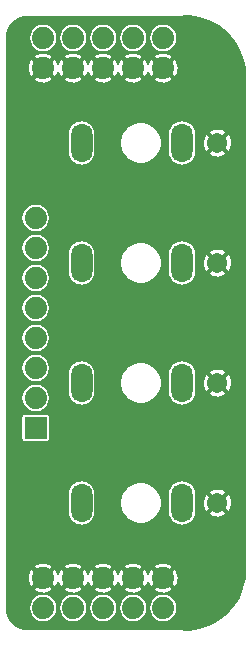
<source format=gbr>
G04 #@! TF.GenerationSoftware,KiCad,Pcbnew,(5.1.5)-3*
G04 #@! TF.CreationDate,2020-03-15T11:03:17-07:00*
G04 #@! TF.ProjectId,bbf-thonkjacks,6262662d-7468-46f6-9e6b-6a61636b732e,rev?*
G04 #@! TF.SameCoordinates,Original*
G04 #@! TF.FileFunction,Copper,L2,Bot*
G04 #@! TF.FilePolarity,Positive*
%FSLAX46Y46*%
G04 Gerber Fmt 4.6, Leading zero omitted, Abs format (unit mm)*
G04 Created by KiCad (PCBNEW (5.1.5)-3) date 2020-03-15 11:03:17*
%MOMM*%
%LPD*%
G04 APERTURE LIST*
G04 #@! TA.AperFunction,ComponentPad*
%ADD10C,1.709600*%
G04 #@! TD*
G04 #@! TA.AperFunction,ComponentPad*
%ADD11O,1.800000X3.300000*%
G04 #@! TD*
G04 #@! TA.AperFunction,ComponentPad*
%ADD12C,1.879600*%
G04 #@! TD*
G04 #@! TA.AperFunction,ComponentPad*
%ADD13R,1.879600X1.879600*%
G04 #@! TD*
G04 #@! TA.AperFunction,Conductor*
%ADD14C,0.127000*%
G04 #@! TD*
G04 APERTURE END LIST*
D10*
G04 #@! TO.P,J2,P$3*
G04 #@! TO.N,GND*
X156271100Y-99918638D03*
D11*
G04 #@! TO.P,J2,P$2*
G04 #@! TO.N,Net-(J2-PadP$2)*
X153271100Y-99918638D03*
G04 #@! TO.P,J2,P$1*
G04 #@! TO.N,Net-(J2-PadP$1)*
X144771100Y-99918638D03*
G04 #@! TD*
D10*
G04 #@! TO.P,J3,P$3*
G04 #@! TO.N,GND*
X156271100Y-110078638D03*
D11*
G04 #@! TO.P,J3,P$2*
G04 #@! TO.N,Net-(J3-PadP$2)*
X153271100Y-110078638D03*
G04 #@! TO.P,J3,P$1*
G04 #@! TO.N,Net-(J3-PadP$1)*
X144771100Y-110078638D03*
G04 #@! TD*
D10*
G04 #@! TO.P,J4,P$3*
G04 #@! TO.N,GND*
X156271100Y-120238638D03*
D11*
G04 #@! TO.P,J4,P$2*
G04 #@! TO.N,Net-(J4-PadP$2)*
X153271100Y-120238638D03*
G04 #@! TO.P,J4,P$1*
G04 #@! TO.N,Net-(J4-PadP$1)*
X144771100Y-120238638D03*
G04 #@! TD*
D10*
G04 #@! TO.P,J1,P$3*
G04 #@! TO.N,GND*
X156271100Y-89758638D03*
D11*
G04 #@! TO.P,J1,P$2*
G04 #@! TO.N,Net-(J1-PadP$2)*
X153271100Y-89758638D03*
G04 #@! TO.P,J1,P$1*
G04 #@! TO.N,Net-(J1-PadP$1)*
X144771100Y-89758638D03*
G04 #@! TD*
D12*
G04 #@! TO.P,JP1,10*
G04 #@! TO.N,VCC*
X151676100Y-80868638D03*
G04 #@! TO.P,JP1,9*
G04 #@! TO.N,GND*
X151676100Y-83408638D03*
G04 #@! TO.P,JP1,8*
G04 #@! TO.N,VCC*
X149136100Y-80868638D03*
G04 #@! TO.P,JP1,7*
G04 #@! TO.N,GND*
X149136100Y-83408638D03*
G04 #@! TO.P,JP1,6*
G04 #@! TO.N,VCC*
X146596100Y-80868638D03*
G04 #@! TO.P,JP1,5*
G04 #@! TO.N,GND*
X146596100Y-83408638D03*
G04 #@! TO.P,JP1,4*
G04 #@! TO.N,VCC*
X144056100Y-80868638D03*
G04 #@! TO.P,JP1,3*
G04 #@! TO.N,GND*
X144056100Y-83408638D03*
G04 #@! TO.P,JP1,2*
G04 #@! TO.N,VCC*
X141516100Y-80868638D03*
G04 #@! TO.P,JP1,1*
G04 #@! TO.N,GND*
X141516100Y-83408638D03*
G04 #@! TD*
G04 #@! TO.P,JP3,10*
G04 #@! TO.N,GND*
X151676100Y-126588638D03*
G04 #@! TO.P,JP3,9*
G04 #@! TO.N,VEE*
X151676100Y-129128638D03*
G04 #@! TO.P,JP3,8*
G04 #@! TO.N,GND*
X149136100Y-126588638D03*
G04 #@! TO.P,JP3,7*
G04 #@! TO.N,VEE*
X149136100Y-129128638D03*
G04 #@! TO.P,JP3,6*
G04 #@! TO.N,GND*
X146596100Y-126588638D03*
G04 #@! TO.P,JP3,5*
G04 #@! TO.N,VEE*
X146596100Y-129128638D03*
G04 #@! TO.P,JP3,4*
G04 #@! TO.N,GND*
X144056100Y-126588638D03*
G04 #@! TO.P,JP3,3*
G04 #@! TO.N,VEE*
X144056100Y-129128638D03*
G04 #@! TO.P,JP3,2*
G04 #@! TO.N,GND*
X141516100Y-126588638D03*
G04 #@! TO.P,JP3,1*
G04 #@! TO.N,VEE*
X141516100Y-129128638D03*
G04 #@! TD*
G04 #@! TO.P,JP2,8*
G04 #@! TO.N,Net-(J1-PadP$1)*
X140881100Y-96108638D03*
G04 #@! TO.P,JP2,7*
G04 #@! TO.N,Net-(J1-PadP$2)*
X140881100Y-98648638D03*
G04 #@! TO.P,JP2,6*
G04 #@! TO.N,Net-(J2-PadP$1)*
X140881100Y-101188638D03*
G04 #@! TO.P,JP2,5*
G04 #@! TO.N,Net-(J2-PadP$2)*
X140881100Y-103728638D03*
G04 #@! TO.P,JP2,4*
G04 #@! TO.N,Net-(J3-PadP$1)*
X140881100Y-106268638D03*
G04 #@! TO.P,JP2,3*
G04 #@! TO.N,Net-(J3-PadP$2)*
X140881100Y-108808638D03*
G04 #@! TO.P,JP2,2*
G04 #@! TO.N,Net-(J4-PadP$1)*
X140881100Y-111348638D03*
D13*
G04 #@! TO.P,JP2,1*
G04 #@! TO.N,Net-(J4-PadP$2)*
X140881100Y-113888638D03*
G04 #@! TD*
D14*
G04 #@! TO.N,GND*
G36*
X154742808Y-79156759D02*
G01*
X155589992Y-79437941D01*
X156373999Y-79864704D01*
X157070046Y-80423562D01*
X157656121Y-81096840D01*
X158113710Y-81863267D01*
X158428589Y-82699266D01*
X158572600Y-83417427D01*
X158572599Y-126579237D01*
X158388756Y-127434967D01*
X158058487Y-128247302D01*
X157592175Y-128989945D01*
X157003990Y-129640332D01*
X156311804Y-130178700D01*
X155536643Y-130588694D01*
X154702060Y-130857854D01*
X153833425Y-130978001D01*
X152952081Y-130945298D01*
X152950445Y-130945137D01*
X140250432Y-130945137D01*
X139893355Y-130910126D01*
X139554048Y-130807682D01*
X139241096Y-130641283D01*
X138966434Y-130417273D01*
X138740506Y-130144174D01*
X138571928Y-129832395D01*
X138467118Y-129493809D01*
X138429630Y-129137143D01*
X138429601Y-129128621D01*
X138429601Y-129010123D01*
X140312800Y-129010123D01*
X140312800Y-129247153D01*
X140359042Y-129479628D01*
X140449750Y-129698614D01*
X140581436Y-129895697D01*
X140749041Y-130063302D01*
X140946124Y-130194988D01*
X141165110Y-130285696D01*
X141397585Y-130331938D01*
X141634615Y-130331938D01*
X141867090Y-130285696D01*
X142086076Y-130194988D01*
X142283159Y-130063302D01*
X142450764Y-129895697D01*
X142582450Y-129698614D01*
X142673158Y-129479628D01*
X142719400Y-129247153D01*
X142719400Y-129010123D01*
X142852800Y-129010123D01*
X142852800Y-129247153D01*
X142899042Y-129479628D01*
X142989750Y-129698614D01*
X143121436Y-129895697D01*
X143289041Y-130063302D01*
X143486124Y-130194988D01*
X143705110Y-130285696D01*
X143937585Y-130331938D01*
X144174615Y-130331938D01*
X144407090Y-130285696D01*
X144626076Y-130194988D01*
X144823159Y-130063302D01*
X144990764Y-129895697D01*
X145122450Y-129698614D01*
X145213158Y-129479628D01*
X145259400Y-129247153D01*
X145259400Y-129010123D01*
X145392800Y-129010123D01*
X145392800Y-129247153D01*
X145439042Y-129479628D01*
X145529750Y-129698614D01*
X145661436Y-129895697D01*
X145829041Y-130063302D01*
X146026124Y-130194988D01*
X146245110Y-130285696D01*
X146477585Y-130331938D01*
X146714615Y-130331938D01*
X146947090Y-130285696D01*
X147166076Y-130194988D01*
X147363159Y-130063302D01*
X147530764Y-129895697D01*
X147662450Y-129698614D01*
X147753158Y-129479628D01*
X147799400Y-129247153D01*
X147799400Y-129010123D01*
X147932800Y-129010123D01*
X147932800Y-129247153D01*
X147979042Y-129479628D01*
X148069750Y-129698614D01*
X148201436Y-129895697D01*
X148369041Y-130063302D01*
X148566124Y-130194988D01*
X148785110Y-130285696D01*
X149017585Y-130331938D01*
X149254615Y-130331938D01*
X149487090Y-130285696D01*
X149706076Y-130194988D01*
X149903159Y-130063302D01*
X150070764Y-129895697D01*
X150202450Y-129698614D01*
X150293158Y-129479628D01*
X150339400Y-129247153D01*
X150339400Y-129010123D01*
X150472800Y-129010123D01*
X150472800Y-129247153D01*
X150519042Y-129479628D01*
X150609750Y-129698614D01*
X150741436Y-129895697D01*
X150909041Y-130063302D01*
X151106124Y-130194988D01*
X151325110Y-130285696D01*
X151557585Y-130331938D01*
X151794615Y-130331938D01*
X152027090Y-130285696D01*
X152246076Y-130194988D01*
X152443159Y-130063302D01*
X152610764Y-129895697D01*
X152742450Y-129698614D01*
X152833158Y-129479628D01*
X152879400Y-129247153D01*
X152879400Y-129010123D01*
X152833158Y-128777648D01*
X152742450Y-128558662D01*
X152610764Y-128361579D01*
X152443159Y-128193974D01*
X152246076Y-128062288D01*
X152027090Y-127971580D01*
X151794615Y-127925338D01*
X151557585Y-127925338D01*
X151325110Y-127971580D01*
X151106124Y-128062288D01*
X150909041Y-128193974D01*
X150741436Y-128361579D01*
X150609750Y-128558662D01*
X150519042Y-128777648D01*
X150472800Y-129010123D01*
X150339400Y-129010123D01*
X150293158Y-128777648D01*
X150202450Y-128558662D01*
X150070764Y-128361579D01*
X149903159Y-128193974D01*
X149706076Y-128062288D01*
X149487090Y-127971580D01*
X149254615Y-127925338D01*
X149017585Y-127925338D01*
X148785110Y-127971580D01*
X148566124Y-128062288D01*
X148369041Y-128193974D01*
X148201436Y-128361579D01*
X148069750Y-128558662D01*
X147979042Y-128777648D01*
X147932800Y-129010123D01*
X147799400Y-129010123D01*
X147753158Y-128777648D01*
X147662450Y-128558662D01*
X147530764Y-128361579D01*
X147363159Y-128193974D01*
X147166076Y-128062288D01*
X146947090Y-127971580D01*
X146714615Y-127925338D01*
X146477585Y-127925338D01*
X146245110Y-127971580D01*
X146026124Y-128062288D01*
X145829041Y-128193974D01*
X145661436Y-128361579D01*
X145529750Y-128558662D01*
X145439042Y-128777648D01*
X145392800Y-129010123D01*
X145259400Y-129010123D01*
X145213158Y-128777648D01*
X145122450Y-128558662D01*
X144990764Y-128361579D01*
X144823159Y-128193974D01*
X144626076Y-128062288D01*
X144407090Y-127971580D01*
X144174615Y-127925338D01*
X143937585Y-127925338D01*
X143705110Y-127971580D01*
X143486124Y-128062288D01*
X143289041Y-128193974D01*
X143121436Y-128361579D01*
X142989750Y-128558662D01*
X142899042Y-128777648D01*
X142852800Y-129010123D01*
X142719400Y-129010123D01*
X142673158Y-128777648D01*
X142582450Y-128558662D01*
X142450764Y-128361579D01*
X142283159Y-128193974D01*
X142086076Y-128062288D01*
X141867090Y-127971580D01*
X141634615Y-127925338D01*
X141397585Y-127925338D01*
X141165110Y-127971580D01*
X140946124Y-128062288D01*
X140749041Y-128193974D01*
X140581436Y-128361579D01*
X140449750Y-128558662D01*
X140359042Y-128777648D01*
X140312800Y-129010123D01*
X138429601Y-129010123D01*
X138429601Y-127512855D01*
X140717041Y-127512855D01*
X140817324Y-127700987D01*
X141047759Y-127815938D01*
X141296193Y-127883724D01*
X141553077Y-127901741D01*
X141808541Y-127869296D01*
X142052766Y-127787637D01*
X142214876Y-127700987D01*
X142315159Y-127512855D01*
X143257041Y-127512855D01*
X143357324Y-127700987D01*
X143587759Y-127815938D01*
X143836193Y-127883724D01*
X144093077Y-127901741D01*
X144348541Y-127869296D01*
X144592766Y-127787637D01*
X144754876Y-127700987D01*
X144855159Y-127512855D01*
X145797041Y-127512855D01*
X145897324Y-127700987D01*
X146127759Y-127815938D01*
X146376193Y-127883724D01*
X146633077Y-127901741D01*
X146888541Y-127869296D01*
X147132766Y-127787637D01*
X147294876Y-127700987D01*
X147395159Y-127512855D01*
X148337041Y-127512855D01*
X148437324Y-127700987D01*
X148667759Y-127815938D01*
X148916193Y-127883724D01*
X149173077Y-127901741D01*
X149428541Y-127869296D01*
X149672766Y-127787637D01*
X149834876Y-127700987D01*
X149935159Y-127512855D01*
X150877041Y-127512855D01*
X150977324Y-127700987D01*
X151207759Y-127815938D01*
X151456193Y-127883724D01*
X151713077Y-127901741D01*
X151968541Y-127869296D01*
X152212766Y-127787637D01*
X152374876Y-127700987D01*
X152475159Y-127512855D01*
X151676100Y-126713796D01*
X150877041Y-127512855D01*
X149935159Y-127512855D01*
X149136100Y-126713796D01*
X148337041Y-127512855D01*
X147395159Y-127512855D01*
X146596100Y-126713796D01*
X145797041Y-127512855D01*
X144855159Y-127512855D01*
X144056100Y-126713796D01*
X143257041Y-127512855D01*
X142315159Y-127512855D01*
X141516100Y-126713796D01*
X140717041Y-127512855D01*
X138429601Y-127512855D01*
X138429601Y-126625615D01*
X140202997Y-126625615D01*
X140235442Y-126881079D01*
X140317101Y-127125304D01*
X140403751Y-127287414D01*
X140591883Y-127387697D01*
X141390942Y-126588638D01*
X141641258Y-126588638D01*
X142440317Y-127387697D01*
X142628449Y-127287414D01*
X142743400Y-127056979D01*
X142784226Y-126907351D01*
X142857101Y-127125304D01*
X142943751Y-127287414D01*
X143131883Y-127387697D01*
X143930942Y-126588638D01*
X144181258Y-126588638D01*
X144980317Y-127387697D01*
X145168449Y-127287414D01*
X145283400Y-127056979D01*
X145324226Y-126907351D01*
X145397101Y-127125304D01*
X145483751Y-127287414D01*
X145671883Y-127387697D01*
X146470942Y-126588638D01*
X146721258Y-126588638D01*
X147520317Y-127387697D01*
X147708449Y-127287414D01*
X147823400Y-127056979D01*
X147864226Y-126907351D01*
X147937101Y-127125304D01*
X148023751Y-127287414D01*
X148211883Y-127387697D01*
X149010942Y-126588638D01*
X149261258Y-126588638D01*
X150060317Y-127387697D01*
X150248449Y-127287414D01*
X150363400Y-127056979D01*
X150404226Y-126907351D01*
X150477101Y-127125304D01*
X150563751Y-127287414D01*
X150751883Y-127387697D01*
X151550942Y-126588638D01*
X151801258Y-126588638D01*
X152600317Y-127387697D01*
X152788449Y-127287414D01*
X152903400Y-127056979D01*
X152971186Y-126808545D01*
X152989203Y-126551661D01*
X152956758Y-126296197D01*
X152875099Y-126051972D01*
X152788449Y-125889862D01*
X152600317Y-125789579D01*
X151801258Y-126588638D01*
X151550942Y-126588638D01*
X150751883Y-125789579D01*
X150563751Y-125889862D01*
X150448800Y-126120297D01*
X150407974Y-126269925D01*
X150335099Y-126051972D01*
X150248449Y-125889862D01*
X150060317Y-125789579D01*
X149261258Y-126588638D01*
X149010942Y-126588638D01*
X148211883Y-125789579D01*
X148023751Y-125889862D01*
X147908800Y-126120297D01*
X147867974Y-126269925D01*
X147795099Y-126051972D01*
X147708449Y-125889862D01*
X147520317Y-125789579D01*
X146721258Y-126588638D01*
X146470942Y-126588638D01*
X145671883Y-125789579D01*
X145483751Y-125889862D01*
X145368800Y-126120297D01*
X145327974Y-126269925D01*
X145255099Y-126051972D01*
X145168449Y-125889862D01*
X144980317Y-125789579D01*
X144181258Y-126588638D01*
X143930942Y-126588638D01*
X143131883Y-125789579D01*
X142943751Y-125889862D01*
X142828800Y-126120297D01*
X142787974Y-126269925D01*
X142715099Y-126051972D01*
X142628449Y-125889862D01*
X142440317Y-125789579D01*
X141641258Y-126588638D01*
X141390942Y-126588638D01*
X140591883Y-125789579D01*
X140403751Y-125889862D01*
X140288800Y-126120297D01*
X140221014Y-126368731D01*
X140202997Y-126625615D01*
X138429601Y-126625615D01*
X138429601Y-125664421D01*
X140717041Y-125664421D01*
X141516100Y-126463480D01*
X142315159Y-125664421D01*
X143257041Y-125664421D01*
X144056100Y-126463480D01*
X144855159Y-125664421D01*
X145797041Y-125664421D01*
X146596100Y-126463480D01*
X147395159Y-125664421D01*
X148337041Y-125664421D01*
X149136100Y-126463480D01*
X149935159Y-125664421D01*
X150877041Y-125664421D01*
X151676100Y-126463480D01*
X152475159Y-125664421D01*
X152374876Y-125476289D01*
X152144441Y-125361338D01*
X151896007Y-125293552D01*
X151639123Y-125275535D01*
X151383659Y-125307980D01*
X151139434Y-125389639D01*
X150977324Y-125476289D01*
X150877041Y-125664421D01*
X149935159Y-125664421D01*
X149834876Y-125476289D01*
X149604441Y-125361338D01*
X149356007Y-125293552D01*
X149099123Y-125275535D01*
X148843659Y-125307980D01*
X148599434Y-125389639D01*
X148437324Y-125476289D01*
X148337041Y-125664421D01*
X147395159Y-125664421D01*
X147294876Y-125476289D01*
X147064441Y-125361338D01*
X146816007Y-125293552D01*
X146559123Y-125275535D01*
X146303659Y-125307980D01*
X146059434Y-125389639D01*
X145897324Y-125476289D01*
X145797041Y-125664421D01*
X144855159Y-125664421D01*
X144754876Y-125476289D01*
X144524441Y-125361338D01*
X144276007Y-125293552D01*
X144019123Y-125275535D01*
X143763659Y-125307980D01*
X143519434Y-125389639D01*
X143357324Y-125476289D01*
X143257041Y-125664421D01*
X142315159Y-125664421D01*
X142214876Y-125476289D01*
X141984441Y-125361338D01*
X141736007Y-125293552D01*
X141479123Y-125275535D01*
X141223659Y-125307980D01*
X140979434Y-125389639D01*
X140817324Y-125476289D01*
X140717041Y-125664421D01*
X138429601Y-125664421D01*
X138429601Y-119431486D01*
X143607600Y-119431486D01*
X143607600Y-121045791D01*
X143624435Y-121216724D01*
X143690967Y-121436044D01*
X143799006Y-121638171D01*
X143944402Y-121815337D01*
X144121568Y-121960733D01*
X144323695Y-122068772D01*
X144543015Y-122135303D01*
X144771100Y-122157767D01*
X144999186Y-122135303D01*
X145218506Y-122068772D01*
X145420633Y-121960733D01*
X145597799Y-121815337D01*
X145743195Y-121638171D01*
X145851234Y-121436044D01*
X145917765Y-121216724D01*
X145934600Y-121045791D01*
X145934600Y-120064948D01*
X148007600Y-120064948D01*
X148007600Y-120412328D01*
X148075370Y-120753032D01*
X148208306Y-121073969D01*
X148401300Y-121362804D01*
X148646934Y-121608438D01*
X148935769Y-121801432D01*
X149256706Y-121934368D01*
X149597410Y-122002138D01*
X149944790Y-122002138D01*
X150285494Y-121934368D01*
X150606431Y-121801432D01*
X150895266Y-121608438D01*
X151140900Y-121362804D01*
X151333894Y-121073969D01*
X151466830Y-120753032D01*
X151534600Y-120412328D01*
X151534600Y-120064948D01*
X151466830Y-119724244D01*
X151345567Y-119431486D01*
X152107600Y-119431486D01*
X152107600Y-121045791D01*
X152124435Y-121216724D01*
X152190967Y-121436044D01*
X152299006Y-121638171D01*
X152444402Y-121815337D01*
X152621568Y-121960733D01*
X152823695Y-122068772D01*
X153043015Y-122135303D01*
X153271100Y-122157767D01*
X153499186Y-122135303D01*
X153718506Y-122068772D01*
X153920633Y-121960733D01*
X154097799Y-121815337D01*
X154243195Y-121638171D01*
X154351234Y-121436044D01*
X154417765Y-121216724D01*
X154429035Y-121102289D01*
X155532607Y-121102289D01*
X155622648Y-121281720D01*
X155838604Y-121388184D01*
X156071180Y-121450472D01*
X156311438Y-121466190D01*
X156550146Y-121434733D01*
X156778130Y-121357311D01*
X156919552Y-121281720D01*
X157009593Y-121102289D01*
X156271100Y-120363796D01*
X155532607Y-121102289D01*
X154429035Y-121102289D01*
X154434600Y-121045791D01*
X154434600Y-120278976D01*
X155043548Y-120278976D01*
X155075005Y-120517684D01*
X155152427Y-120745668D01*
X155228018Y-120887090D01*
X155407449Y-120977131D01*
X156145942Y-120238638D01*
X156396258Y-120238638D01*
X157134751Y-120977131D01*
X157314182Y-120887090D01*
X157420646Y-120671134D01*
X157482934Y-120438558D01*
X157498652Y-120198300D01*
X157467195Y-119959592D01*
X157389773Y-119731608D01*
X157314182Y-119590186D01*
X157134751Y-119500145D01*
X156396258Y-120238638D01*
X156145942Y-120238638D01*
X155407449Y-119500145D01*
X155228018Y-119590186D01*
X155121554Y-119806142D01*
X155059266Y-120038718D01*
X155043548Y-120278976D01*
X154434600Y-120278976D01*
X154434600Y-119431485D01*
X154429036Y-119374987D01*
X155532607Y-119374987D01*
X156271100Y-120113480D01*
X157009593Y-119374987D01*
X156919552Y-119195556D01*
X156703596Y-119089092D01*
X156471020Y-119026804D01*
X156230762Y-119011086D01*
X155992054Y-119042543D01*
X155764070Y-119119965D01*
X155622648Y-119195556D01*
X155532607Y-119374987D01*
X154429036Y-119374987D01*
X154417765Y-119260552D01*
X154351234Y-119041232D01*
X154243195Y-118839105D01*
X154097799Y-118661939D01*
X153920632Y-118516543D01*
X153718505Y-118408504D01*
X153499185Y-118341973D01*
X153271100Y-118319509D01*
X153043014Y-118341973D01*
X152823694Y-118408504D01*
X152621567Y-118516543D01*
X152444401Y-118661939D01*
X152299005Y-118839106D01*
X152190966Y-119041233D01*
X152124435Y-119260553D01*
X152107600Y-119431486D01*
X151345567Y-119431486D01*
X151333894Y-119403307D01*
X151140900Y-119114472D01*
X150895266Y-118868838D01*
X150606431Y-118675844D01*
X150285494Y-118542908D01*
X149944790Y-118475138D01*
X149597410Y-118475138D01*
X149256706Y-118542908D01*
X148935769Y-118675844D01*
X148646934Y-118868838D01*
X148401300Y-119114472D01*
X148208306Y-119403307D01*
X148075370Y-119724244D01*
X148007600Y-120064948D01*
X145934600Y-120064948D01*
X145934600Y-119431485D01*
X145917765Y-119260552D01*
X145851234Y-119041232D01*
X145743195Y-118839105D01*
X145597799Y-118661939D01*
X145420632Y-118516543D01*
X145218505Y-118408504D01*
X144999185Y-118341973D01*
X144771100Y-118319509D01*
X144543014Y-118341973D01*
X144323694Y-118408504D01*
X144121567Y-118516543D01*
X143944401Y-118661939D01*
X143799005Y-118839106D01*
X143690966Y-119041233D01*
X143624435Y-119260553D01*
X143607600Y-119431486D01*
X138429601Y-119431486D01*
X138429601Y-112948838D01*
X139676526Y-112948838D01*
X139676526Y-114828438D01*
X139681614Y-114880093D01*
X139696681Y-114929763D01*
X139721148Y-114975539D01*
X139754077Y-115015661D01*
X139794199Y-115048590D01*
X139839975Y-115073057D01*
X139889645Y-115088124D01*
X139941300Y-115093212D01*
X141820900Y-115093212D01*
X141872555Y-115088124D01*
X141922225Y-115073057D01*
X141968001Y-115048590D01*
X142008123Y-115015661D01*
X142041052Y-114975539D01*
X142065519Y-114929763D01*
X142080586Y-114880093D01*
X142085674Y-114828438D01*
X142085674Y-112948838D01*
X142080586Y-112897183D01*
X142065519Y-112847513D01*
X142041052Y-112801737D01*
X142008123Y-112761615D01*
X141968001Y-112728686D01*
X141922225Y-112704219D01*
X141872555Y-112689152D01*
X141820900Y-112684064D01*
X139941300Y-112684064D01*
X139889645Y-112689152D01*
X139839975Y-112704219D01*
X139794199Y-112728686D01*
X139754077Y-112761615D01*
X139721148Y-112801737D01*
X139696681Y-112847513D01*
X139681614Y-112897183D01*
X139676526Y-112948838D01*
X138429601Y-112948838D01*
X138429601Y-111230123D01*
X139677800Y-111230123D01*
X139677800Y-111467153D01*
X139724042Y-111699628D01*
X139814750Y-111918614D01*
X139946436Y-112115697D01*
X140114041Y-112283302D01*
X140311124Y-112414988D01*
X140530110Y-112505696D01*
X140762585Y-112551938D01*
X140999615Y-112551938D01*
X141232090Y-112505696D01*
X141451076Y-112414988D01*
X141648159Y-112283302D01*
X141815764Y-112115697D01*
X141947450Y-111918614D01*
X142038158Y-111699628D01*
X142084400Y-111467153D01*
X142084400Y-111230123D01*
X142038158Y-110997648D01*
X141947450Y-110778662D01*
X141815764Y-110581579D01*
X141648159Y-110413974D01*
X141451076Y-110282288D01*
X141232090Y-110191580D01*
X140999615Y-110145338D01*
X140762585Y-110145338D01*
X140530110Y-110191580D01*
X140311124Y-110282288D01*
X140114041Y-110413974D01*
X139946436Y-110581579D01*
X139814750Y-110778662D01*
X139724042Y-110997648D01*
X139677800Y-111230123D01*
X138429601Y-111230123D01*
X138429601Y-108690123D01*
X139677800Y-108690123D01*
X139677800Y-108927153D01*
X139724042Y-109159628D01*
X139814750Y-109378614D01*
X139946436Y-109575697D01*
X140114041Y-109743302D01*
X140311124Y-109874988D01*
X140530110Y-109965696D01*
X140762585Y-110011938D01*
X140999615Y-110011938D01*
X141232090Y-109965696D01*
X141451076Y-109874988D01*
X141648159Y-109743302D01*
X141815764Y-109575697D01*
X141947450Y-109378614D01*
X141991824Y-109271486D01*
X143607600Y-109271486D01*
X143607600Y-110885791D01*
X143624435Y-111056724D01*
X143690967Y-111276044D01*
X143799006Y-111478171D01*
X143944402Y-111655337D01*
X144121568Y-111800733D01*
X144323695Y-111908772D01*
X144543015Y-111975303D01*
X144771100Y-111997767D01*
X144999186Y-111975303D01*
X145218506Y-111908772D01*
X145420633Y-111800733D01*
X145597799Y-111655337D01*
X145743195Y-111478171D01*
X145851234Y-111276044D01*
X145917765Y-111056724D01*
X145934600Y-110885791D01*
X145934600Y-109904948D01*
X148007600Y-109904948D01*
X148007600Y-110252328D01*
X148075370Y-110593032D01*
X148208306Y-110913969D01*
X148401300Y-111202804D01*
X148646934Y-111448438D01*
X148935769Y-111641432D01*
X149256706Y-111774368D01*
X149597410Y-111842138D01*
X149944790Y-111842138D01*
X150285494Y-111774368D01*
X150606431Y-111641432D01*
X150895266Y-111448438D01*
X151140900Y-111202804D01*
X151333894Y-110913969D01*
X151466830Y-110593032D01*
X151534600Y-110252328D01*
X151534600Y-109904948D01*
X151466830Y-109564244D01*
X151345567Y-109271486D01*
X152107600Y-109271486D01*
X152107600Y-110885791D01*
X152124435Y-111056724D01*
X152190967Y-111276044D01*
X152299006Y-111478171D01*
X152444402Y-111655337D01*
X152621568Y-111800733D01*
X152823695Y-111908772D01*
X153043015Y-111975303D01*
X153271100Y-111997767D01*
X153499186Y-111975303D01*
X153718506Y-111908772D01*
X153920633Y-111800733D01*
X154097799Y-111655337D01*
X154243195Y-111478171D01*
X154351234Y-111276044D01*
X154417765Y-111056724D01*
X154429035Y-110942289D01*
X155532607Y-110942289D01*
X155622648Y-111121720D01*
X155838604Y-111228184D01*
X156071180Y-111290472D01*
X156311438Y-111306190D01*
X156550146Y-111274733D01*
X156778130Y-111197311D01*
X156919552Y-111121720D01*
X157009593Y-110942289D01*
X156271100Y-110203796D01*
X155532607Y-110942289D01*
X154429035Y-110942289D01*
X154434600Y-110885791D01*
X154434600Y-110118976D01*
X155043548Y-110118976D01*
X155075005Y-110357684D01*
X155152427Y-110585668D01*
X155228018Y-110727090D01*
X155407449Y-110817131D01*
X156145942Y-110078638D01*
X156396258Y-110078638D01*
X157134751Y-110817131D01*
X157314182Y-110727090D01*
X157420646Y-110511134D01*
X157482934Y-110278558D01*
X157498652Y-110038300D01*
X157467195Y-109799592D01*
X157389773Y-109571608D01*
X157314182Y-109430186D01*
X157134751Y-109340145D01*
X156396258Y-110078638D01*
X156145942Y-110078638D01*
X155407449Y-109340145D01*
X155228018Y-109430186D01*
X155121554Y-109646142D01*
X155059266Y-109878718D01*
X155043548Y-110118976D01*
X154434600Y-110118976D01*
X154434600Y-109271485D01*
X154429036Y-109214987D01*
X155532607Y-109214987D01*
X156271100Y-109953480D01*
X157009593Y-109214987D01*
X156919552Y-109035556D01*
X156703596Y-108929092D01*
X156471020Y-108866804D01*
X156230762Y-108851086D01*
X155992054Y-108882543D01*
X155764070Y-108959965D01*
X155622648Y-109035556D01*
X155532607Y-109214987D01*
X154429036Y-109214987D01*
X154417765Y-109100552D01*
X154351234Y-108881232D01*
X154243195Y-108679105D01*
X154097799Y-108501939D01*
X153920632Y-108356543D01*
X153718505Y-108248504D01*
X153499185Y-108181973D01*
X153271100Y-108159509D01*
X153043014Y-108181973D01*
X152823694Y-108248504D01*
X152621567Y-108356543D01*
X152444401Y-108501939D01*
X152299005Y-108679106D01*
X152190966Y-108881233D01*
X152124435Y-109100553D01*
X152107600Y-109271486D01*
X151345567Y-109271486D01*
X151333894Y-109243307D01*
X151140900Y-108954472D01*
X150895266Y-108708838D01*
X150606431Y-108515844D01*
X150285494Y-108382908D01*
X149944790Y-108315138D01*
X149597410Y-108315138D01*
X149256706Y-108382908D01*
X148935769Y-108515844D01*
X148646934Y-108708838D01*
X148401300Y-108954472D01*
X148208306Y-109243307D01*
X148075370Y-109564244D01*
X148007600Y-109904948D01*
X145934600Y-109904948D01*
X145934600Y-109271485D01*
X145917765Y-109100552D01*
X145851234Y-108881232D01*
X145743195Y-108679105D01*
X145597799Y-108501939D01*
X145420632Y-108356543D01*
X145218505Y-108248504D01*
X144999185Y-108181973D01*
X144771100Y-108159509D01*
X144543014Y-108181973D01*
X144323694Y-108248504D01*
X144121567Y-108356543D01*
X143944401Y-108501939D01*
X143799005Y-108679106D01*
X143690966Y-108881233D01*
X143624435Y-109100553D01*
X143607600Y-109271486D01*
X141991824Y-109271486D01*
X142038158Y-109159628D01*
X142084400Y-108927153D01*
X142084400Y-108690123D01*
X142038158Y-108457648D01*
X141947450Y-108238662D01*
X141815764Y-108041579D01*
X141648159Y-107873974D01*
X141451076Y-107742288D01*
X141232090Y-107651580D01*
X140999615Y-107605338D01*
X140762585Y-107605338D01*
X140530110Y-107651580D01*
X140311124Y-107742288D01*
X140114041Y-107873974D01*
X139946436Y-108041579D01*
X139814750Y-108238662D01*
X139724042Y-108457648D01*
X139677800Y-108690123D01*
X138429601Y-108690123D01*
X138429601Y-106150123D01*
X139677800Y-106150123D01*
X139677800Y-106387153D01*
X139724042Y-106619628D01*
X139814750Y-106838614D01*
X139946436Y-107035697D01*
X140114041Y-107203302D01*
X140311124Y-107334988D01*
X140530110Y-107425696D01*
X140762585Y-107471938D01*
X140999615Y-107471938D01*
X141232090Y-107425696D01*
X141451076Y-107334988D01*
X141648159Y-107203302D01*
X141815764Y-107035697D01*
X141947450Y-106838614D01*
X142038158Y-106619628D01*
X142084400Y-106387153D01*
X142084400Y-106150123D01*
X142038158Y-105917648D01*
X141947450Y-105698662D01*
X141815764Y-105501579D01*
X141648159Y-105333974D01*
X141451076Y-105202288D01*
X141232090Y-105111580D01*
X140999615Y-105065338D01*
X140762585Y-105065338D01*
X140530110Y-105111580D01*
X140311124Y-105202288D01*
X140114041Y-105333974D01*
X139946436Y-105501579D01*
X139814750Y-105698662D01*
X139724042Y-105917648D01*
X139677800Y-106150123D01*
X138429601Y-106150123D01*
X138429601Y-103610123D01*
X139677800Y-103610123D01*
X139677800Y-103847153D01*
X139724042Y-104079628D01*
X139814750Y-104298614D01*
X139946436Y-104495697D01*
X140114041Y-104663302D01*
X140311124Y-104794988D01*
X140530110Y-104885696D01*
X140762585Y-104931938D01*
X140999615Y-104931938D01*
X141232090Y-104885696D01*
X141451076Y-104794988D01*
X141648159Y-104663302D01*
X141815764Y-104495697D01*
X141947450Y-104298614D01*
X142038158Y-104079628D01*
X142084400Y-103847153D01*
X142084400Y-103610123D01*
X142038158Y-103377648D01*
X141947450Y-103158662D01*
X141815764Y-102961579D01*
X141648159Y-102793974D01*
X141451076Y-102662288D01*
X141232090Y-102571580D01*
X140999615Y-102525338D01*
X140762585Y-102525338D01*
X140530110Y-102571580D01*
X140311124Y-102662288D01*
X140114041Y-102793974D01*
X139946436Y-102961579D01*
X139814750Y-103158662D01*
X139724042Y-103377648D01*
X139677800Y-103610123D01*
X138429601Y-103610123D01*
X138429601Y-101070123D01*
X139677800Y-101070123D01*
X139677800Y-101307153D01*
X139724042Y-101539628D01*
X139814750Y-101758614D01*
X139946436Y-101955697D01*
X140114041Y-102123302D01*
X140311124Y-102254988D01*
X140530110Y-102345696D01*
X140762585Y-102391938D01*
X140999615Y-102391938D01*
X141232090Y-102345696D01*
X141451076Y-102254988D01*
X141648159Y-102123302D01*
X141815764Y-101955697D01*
X141947450Y-101758614D01*
X142038158Y-101539628D01*
X142084400Y-101307153D01*
X142084400Y-101070123D01*
X142038158Y-100837648D01*
X141947450Y-100618662D01*
X141815764Y-100421579D01*
X141648159Y-100253974D01*
X141451076Y-100122288D01*
X141232090Y-100031580D01*
X140999615Y-99985338D01*
X140762585Y-99985338D01*
X140530110Y-100031580D01*
X140311124Y-100122288D01*
X140114041Y-100253974D01*
X139946436Y-100421579D01*
X139814750Y-100618662D01*
X139724042Y-100837648D01*
X139677800Y-101070123D01*
X138429601Y-101070123D01*
X138429601Y-98530123D01*
X139677800Y-98530123D01*
X139677800Y-98767153D01*
X139724042Y-98999628D01*
X139814750Y-99218614D01*
X139946436Y-99415697D01*
X140114041Y-99583302D01*
X140311124Y-99714988D01*
X140530110Y-99805696D01*
X140762585Y-99851938D01*
X140999615Y-99851938D01*
X141232090Y-99805696D01*
X141451076Y-99714988D01*
X141648159Y-99583302D01*
X141815764Y-99415697D01*
X141947450Y-99218614D01*
X141991824Y-99111486D01*
X143607600Y-99111486D01*
X143607600Y-100725791D01*
X143624435Y-100896724D01*
X143690967Y-101116044D01*
X143799006Y-101318171D01*
X143944402Y-101495337D01*
X144121568Y-101640733D01*
X144323695Y-101748772D01*
X144543015Y-101815303D01*
X144771100Y-101837767D01*
X144999186Y-101815303D01*
X145218506Y-101748772D01*
X145420633Y-101640733D01*
X145597799Y-101495337D01*
X145743195Y-101318171D01*
X145851234Y-101116044D01*
X145917765Y-100896724D01*
X145934600Y-100725791D01*
X145934600Y-99744948D01*
X148007600Y-99744948D01*
X148007600Y-100092328D01*
X148075370Y-100433032D01*
X148208306Y-100753969D01*
X148401300Y-101042804D01*
X148646934Y-101288438D01*
X148935769Y-101481432D01*
X149256706Y-101614368D01*
X149597410Y-101682138D01*
X149944790Y-101682138D01*
X150285494Y-101614368D01*
X150606431Y-101481432D01*
X150895266Y-101288438D01*
X151140900Y-101042804D01*
X151333894Y-100753969D01*
X151466830Y-100433032D01*
X151534600Y-100092328D01*
X151534600Y-99744948D01*
X151466830Y-99404244D01*
X151345567Y-99111486D01*
X152107600Y-99111486D01*
X152107600Y-100725791D01*
X152124435Y-100896724D01*
X152190967Y-101116044D01*
X152299006Y-101318171D01*
X152444402Y-101495337D01*
X152621568Y-101640733D01*
X152823695Y-101748772D01*
X153043015Y-101815303D01*
X153271100Y-101837767D01*
X153499186Y-101815303D01*
X153718506Y-101748772D01*
X153920633Y-101640733D01*
X154097799Y-101495337D01*
X154243195Y-101318171D01*
X154351234Y-101116044D01*
X154417765Y-100896724D01*
X154429035Y-100782289D01*
X155532607Y-100782289D01*
X155622648Y-100961720D01*
X155838604Y-101068184D01*
X156071180Y-101130472D01*
X156311438Y-101146190D01*
X156550146Y-101114733D01*
X156778130Y-101037311D01*
X156919552Y-100961720D01*
X157009593Y-100782289D01*
X156271100Y-100043796D01*
X155532607Y-100782289D01*
X154429035Y-100782289D01*
X154434600Y-100725791D01*
X154434600Y-99958976D01*
X155043548Y-99958976D01*
X155075005Y-100197684D01*
X155152427Y-100425668D01*
X155228018Y-100567090D01*
X155407449Y-100657131D01*
X156145942Y-99918638D01*
X156396258Y-99918638D01*
X157134751Y-100657131D01*
X157314182Y-100567090D01*
X157420646Y-100351134D01*
X157482934Y-100118558D01*
X157498652Y-99878300D01*
X157467195Y-99639592D01*
X157389773Y-99411608D01*
X157314182Y-99270186D01*
X157134751Y-99180145D01*
X156396258Y-99918638D01*
X156145942Y-99918638D01*
X155407449Y-99180145D01*
X155228018Y-99270186D01*
X155121554Y-99486142D01*
X155059266Y-99718718D01*
X155043548Y-99958976D01*
X154434600Y-99958976D01*
X154434600Y-99111485D01*
X154429036Y-99054987D01*
X155532607Y-99054987D01*
X156271100Y-99793480D01*
X157009593Y-99054987D01*
X156919552Y-98875556D01*
X156703596Y-98769092D01*
X156471020Y-98706804D01*
X156230762Y-98691086D01*
X155992054Y-98722543D01*
X155764070Y-98799965D01*
X155622648Y-98875556D01*
X155532607Y-99054987D01*
X154429036Y-99054987D01*
X154417765Y-98940552D01*
X154351234Y-98721232D01*
X154243195Y-98519105D01*
X154097799Y-98341939D01*
X153920632Y-98196543D01*
X153718505Y-98088504D01*
X153499185Y-98021973D01*
X153271100Y-97999509D01*
X153043014Y-98021973D01*
X152823694Y-98088504D01*
X152621567Y-98196543D01*
X152444401Y-98341939D01*
X152299005Y-98519106D01*
X152190966Y-98721233D01*
X152124435Y-98940553D01*
X152107600Y-99111486D01*
X151345567Y-99111486D01*
X151333894Y-99083307D01*
X151140900Y-98794472D01*
X150895266Y-98548838D01*
X150606431Y-98355844D01*
X150285494Y-98222908D01*
X149944790Y-98155138D01*
X149597410Y-98155138D01*
X149256706Y-98222908D01*
X148935769Y-98355844D01*
X148646934Y-98548838D01*
X148401300Y-98794472D01*
X148208306Y-99083307D01*
X148075370Y-99404244D01*
X148007600Y-99744948D01*
X145934600Y-99744948D01*
X145934600Y-99111485D01*
X145917765Y-98940552D01*
X145851234Y-98721232D01*
X145743195Y-98519105D01*
X145597799Y-98341939D01*
X145420632Y-98196543D01*
X145218505Y-98088504D01*
X144999185Y-98021973D01*
X144771100Y-97999509D01*
X144543014Y-98021973D01*
X144323694Y-98088504D01*
X144121567Y-98196543D01*
X143944401Y-98341939D01*
X143799005Y-98519106D01*
X143690966Y-98721233D01*
X143624435Y-98940553D01*
X143607600Y-99111486D01*
X141991824Y-99111486D01*
X142038158Y-98999628D01*
X142084400Y-98767153D01*
X142084400Y-98530123D01*
X142038158Y-98297648D01*
X141947450Y-98078662D01*
X141815764Y-97881579D01*
X141648159Y-97713974D01*
X141451076Y-97582288D01*
X141232090Y-97491580D01*
X140999615Y-97445338D01*
X140762585Y-97445338D01*
X140530110Y-97491580D01*
X140311124Y-97582288D01*
X140114041Y-97713974D01*
X139946436Y-97881579D01*
X139814750Y-98078662D01*
X139724042Y-98297648D01*
X139677800Y-98530123D01*
X138429601Y-98530123D01*
X138429601Y-95990123D01*
X139677800Y-95990123D01*
X139677800Y-96227153D01*
X139724042Y-96459628D01*
X139814750Y-96678614D01*
X139946436Y-96875697D01*
X140114041Y-97043302D01*
X140311124Y-97174988D01*
X140530110Y-97265696D01*
X140762585Y-97311938D01*
X140999615Y-97311938D01*
X141232090Y-97265696D01*
X141451076Y-97174988D01*
X141648159Y-97043302D01*
X141815764Y-96875697D01*
X141947450Y-96678614D01*
X142038158Y-96459628D01*
X142084400Y-96227153D01*
X142084400Y-95990123D01*
X142038158Y-95757648D01*
X141947450Y-95538662D01*
X141815764Y-95341579D01*
X141648159Y-95173974D01*
X141451076Y-95042288D01*
X141232090Y-94951580D01*
X140999615Y-94905338D01*
X140762585Y-94905338D01*
X140530110Y-94951580D01*
X140311124Y-95042288D01*
X140114041Y-95173974D01*
X139946436Y-95341579D01*
X139814750Y-95538662D01*
X139724042Y-95757648D01*
X139677800Y-95990123D01*
X138429601Y-95990123D01*
X138429601Y-88951486D01*
X143607600Y-88951486D01*
X143607600Y-90565791D01*
X143624435Y-90736724D01*
X143690967Y-90956044D01*
X143799006Y-91158171D01*
X143944402Y-91335337D01*
X144121568Y-91480733D01*
X144323695Y-91588772D01*
X144543015Y-91655303D01*
X144771100Y-91677767D01*
X144999186Y-91655303D01*
X145218506Y-91588772D01*
X145420633Y-91480733D01*
X145597799Y-91335337D01*
X145743195Y-91158171D01*
X145851234Y-90956044D01*
X145917765Y-90736724D01*
X145934600Y-90565791D01*
X145934600Y-89584948D01*
X148007600Y-89584948D01*
X148007600Y-89932328D01*
X148075370Y-90273032D01*
X148208306Y-90593969D01*
X148401300Y-90882804D01*
X148646934Y-91128438D01*
X148935769Y-91321432D01*
X149256706Y-91454368D01*
X149597410Y-91522138D01*
X149944790Y-91522138D01*
X150285494Y-91454368D01*
X150606431Y-91321432D01*
X150895266Y-91128438D01*
X151140900Y-90882804D01*
X151333894Y-90593969D01*
X151466830Y-90273032D01*
X151534600Y-89932328D01*
X151534600Y-89584948D01*
X151466830Y-89244244D01*
X151345567Y-88951486D01*
X152107600Y-88951486D01*
X152107600Y-90565791D01*
X152124435Y-90736724D01*
X152190967Y-90956044D01*
X152299006Y-91158171D01*
X152444402Y-91335337D01*
X152621568Y-91480733D01*
X152823695Y-91588772D01*
X153043015Y-91655303D01*
X153271100Y-91677767D01*
X153499186Y-91655303D01*
X153718506Y-91588772D01*
X153920633Y-91480733D01*
X154097799Y-91335337D01*
X154243195Y-91158171D01*
X154351234Y-90956044D01*
X154417765Y-90736724D01*
X154429035Y-90622289D01*
X155532607Y-90622289D01*
X155622648Y-90801720D01*
X155838604Y-90908184D01*
X156071180Y-90970472D01*
X156311438Y-90986190D01*
X156550146Y-90954733D01*
X156778130Y-90877311D01*
X156919552Y-90801720D01*
X157009593Y-90622289D01*
X156271100Y-89883796D01*
X155532607Y-90622289D01*
X154429035Y-90622289D01*
X154434600Y-90565791D01*
X154434600Y-89798976D01*
X155043548Y-89798976D01*
X155075005Y-90037684D01*
X155152427Y-90265668D01*
X155228018Y-90407090D01*
X155407449Y-90497131D01*
X156145942Y-89758638D01*
X156396258Y-89758638D01*
X157134751Y-90497131D01*
X157314182Y-90407090D01*
X157420646Y-90191134D01*
X157482934Y-89958558D01*
X157498652Y-89718300D01*
X157467195Y-89479592D01*
X157389773Y-89251608D01*
X157314182Y-89110186D01*
X157134751Y-89020145D01*
X156396258Y-89758638D01*
X156145942Y-89758638D01*
X155407449Y-89020145D01*
X155228018Y-89110186D01*
X155121554Y-89326142D01*
X155059266Y-89558718D01*
X155043548Y-89798976D01*
X154434600Y-89798976D01*
X154434600Y-88951485D01*
X154429036Y-88894987D01*
X155532607Y-88894987D01*
X156271100Y-89633480D01*
X157009593Y-88894987D01*
X156919552Y-88715556D01*
X156703596Y-88609092D01*
X156471020Y-88546804D01*
X156230762Y-88531086D01*
X155992054Y-88562543D01*
X155764070Y-88639965D01*
X155622648Y-88715556D01*
X155532607Y-88894987D01*
X154429036Y-88894987D01*
X154417765Y-88780552D01*
X154351234Y-88561232D01*
X154243195Y-88359105D01*
X154097799Y-88181939D01*
X153920632Y-88036543D01*
X153718505Y-87928504D01*
X153499185Y-87861973D01*
X153271100Y-87839509D01*
X153043014Y-87861973D01*
X152823694Y-87928504D01*
X152621567Y-88036543D01*
X152444401Y-88181939D01*
X152299005Y-88359106D01*
X152190966Y-88561233D01*
X152124435Y-88780553D01*
X152107600Y-88951486D01*
X151345567Y-88951486D01*
X151333894Y-88923307D01*
X151140900Y-88634472D01*
X150895266Y-88388838D01*
X150606431Y-88195844D01*
X150285494Y-88062908D01*
X149944790Y-87995138D01*
X149597410Y-87995138D01*
X149256706Y-88062908D01*
X148935769Y-88195844D01*
X148646934Y-88388838D01*
X148401300Y-88634472D01*
X148208306Y-88923307D01*
X148075370Y-89244244D01*
X148007600Y-89584948D01*
X145934600Y-89584948D01*
X145934600Y-88951485D01*
X145917765Y-88780552D01*
X145851234Y-88561232D01*
X145743195Y-88359105D01*
X145597799Y-88181939D01*
X145420632Y-88036543D01*
X145218505Y-87928504D01*
X144999185Y-87861973D01*
X144771100Y-87839509D01*
X144543014Y-87861973D01*
X144323694Y-87928504D01*
X144121567Y-88036543D01*
X143944401Y-88181939D01*
X143799005Y-88359106D01*
X143690966Y-88561233D01*
X143624435Y-88780553D01*
X143607600Y-88951486D01*
X138429601Y-88951486D01*
X138429601Y-84332855D01*
X140717041Y-84332855D01*
X140817324Y-84520987D01*
X141047759Y-84635938D01*
X141296193Y-84703724D01*
X141553077Y-84721741D01*
X141808541Y-84689296D01*
X142052766Y-84607637D01*
X142214876Y-84520987D01*
X142315159Y-84332855D01*
X143257041Y-84332855D01*
X143357324Y-84520987D01*
X143587759Y-84635938D01*
X143836193Y-84703724D01*
X144093077Y-84721741D01*
X144348541Y-84689296D01*
X144592766Y-84607637D01*
X144754876Y-84520987D01*
X144855159Y-84332855D01*
X145797041Y-84332855D01*
X145897324Y-84520987D01*
X146127759Y-84635938D01*
X146376193Y-84703724D01*
X146633077Y-84721741D01*
X146888541Y-84689296D01*
X147132766Y-84607637D01*
X147294876Y-84520987D01*
X147395159Y-84332855D01*
X148337041Y-84332855D01*
X148437324Y-84520987D01*
X148667759Y-84635938D01*
X148916193Y-84703724D01*
X149173077Y-84721741D01*
X149428541Y-84689296D01*
X149672766Y-84607637D01*
X149834876Y-84520987D01*
X149935159Y-84332855D01*
X150877041Y-84332855D01*
X150977324Y-84520987D01*
X151207759Y-84635938D01*
X151456193Y-84703724D01*
X151713077Y-84721741D01*
X151968541Y-84689296D01*
X152212766Y-84607637D01*
X152374876Y-84520987D01*
X152475159Y-84332855D01*
X151676100Y-83533796D01*
X150877041Y-84332855D01*
X149935159Y-84332855D01*
X149136100Y-83533796D01*
X148337041Y-84332855D01*
X147395159Y-84332855D01*
X146596100Y-83533796D01*
X145797041Y-84332855D01*
X144855159Y-84332855D01*
X144056100Y-83533796D01*
X143257041Y-84332855D01*
X142315159Y-84332855D01*
X141516100Y-83533796D01*
X140717041Y-84332855D01*
X138429601Y-84332855D01*
X138429601Y-83445615D01*
X140202997Y-83445615D01*
X140235442Y-83701079D01*
X140317101Y-83945304D01*
X140403751Y-84107414D01*
X140591883Y-84207697D01*
X141390942Y-83408638D01*
X141641258Y-83408638D01*
X142440317Y-84207697D01*
X142628449Y-84107414D01*
X142743400Y-83876979D01*
X142784226Y-83727351D01*
X142857101Y-83945304D01*
X142943751Y-84107414D01*
X143131883Y-84207697D01*
X143930942Y-83408638D01*
X144181258Y-83408638D01*
X144980317Y-84207697D01*
X145168449Y-84107414D01*
X145283400Y-83876979D01*
X145324226Y-83727351D01*
X145397101Y-83945304D01*
X145483751Y-84107414D01*
X145671883Y-84207697D01*
X146470942Y-83408638D01*
X146721258Y-83408638D01*
X147520317Y-84207697D01*
X147708449Y-84107414D01*
X147823400Y-83876979D01*
X147864226Y-83727351D01*
X147937101Y-83945304D01*
X148023751Y-84107414D01*
X148211883Y-84207697D01*
X149010942Y-83408638D01*
X149261258Y-83408638D01*
X150060317Y-84207697D01*
X150248449Y-84107414D01*
X150363400Y-83876979D01*
X150404226Y-83727351D01*
X150477101Y-83945304D01*
X150563751Y-84107414D01*
X150751883Y-84207697D01*
X151550942Y-83408638D01*
X151801258Y-83408638D01*
X152600317Y-84207697D01*
X152788449Y-84107414D01*
X152903400Y-83876979D01*
X152971186Y-83628545D01*
X152989203Y-83371661D01*
X152956758Y-83116197D01*
X152875099Y-82871972D01*
X152788449Y-82709862D01*
X152600317Y-82609579D01*
X151801258Y-83408638D01*
X151550942Y-83408638D01*
X150751883Y-82609579D01*
X150563751Y-82709862D01*
X150448800Y-82940297D01*
X150407974Y-83089925D01*
X150335099Y-82871972D01*
X150248449Y-82709862D01*
X150060317Y-82609579D01*
X149261258Y-83408638D01*
X149010942Y-83408638D01*
X148211883Y-82609579D01*
X148023751Y-82709862D01*
X147908800Y-82940297D01*
X147867974Y-83089925D01*
X147795099Y-82871972D01*
X147708449Y-82709862D01*
X147520317Y-82609579D01*
X146721258Y-83408638D01*
X146470942Y-83408638D01*
X145671883Y-82609579D01*
X145483751Y-82709862D01*
X145368800Y-82940297D01*
X145327974Y-83089925D01*
X145255099Y-82871972D01*
X145168449Y-82709862D01*
X144980317Y-82609579D01*
X144181258Y-83408638D01*
X143930942Y-83408638D01*
X143131883Y-82609579D01*
X142943751Y-82709862D01*
X142828800Y-82940297D01*
X142787974Y-83089925D01*
X142715099Y-82871972D01*
X142628449Y-82709862D01*
X142440317Y-82609579D01*
X141641258Y-83408638D01*
X141390942Y-83408638D01*
X140591883Y-82609579D01*
X140403751Y-82709862D01*
X140288800Y-82940297D01*
X140221014Y-83188731D01*
X140202997Y-83445615D01*
X138429601Y-83445615D01*
X138429601Y-82484421D01*
X140717041Y-82484421D01*
X141516100Y-83283480D01*
X142315159Y-82484421D01*
X143257041Y-82484421D01*
X144056100Y-83283480D01*
X144855159Y-82484421D01*
X145797041Y-82484421D01*
X146596100Y-83283480D01*
X147395159Y-82484421D01*
X148337041Y-82484421D01*
X149136100Y-83283480D01*
X149935159Y-82484421D01*
X150877041Y-82484421D01*
X151676100Y-83283480D01*
X152475159Y-82484421D01*
X152374876Y-82296289D01*
X152144441Y-82181338D01*
X151896007Y-82113552D01*
X151639123Y-82095535D01*
X151383659Y-82127980D01*
X151139434Y-82209639D01*
X150977324Y-82296289D01*
X150877041Y-82484421D01*
X149935159Y-82484421D01*
X149834876Y-82296289D01*
X149604441Y-82181338D01*
X149356007Y-82113552D01*
X149099123Y-82095535D01*
X148843659Y-82127980D01*
X148599434Y-82209639D01*
X148437324Y-82296289D01*
X148337041Y-82484421D01*
X147395159Y-82484421D01*
X147294876Y-82296289D01*
X147064441Y-82181338D01*
X146816007Y-82113552D01*
X146559123Y-82095535D01*
X146303659Y-82127980D01*
X146059434Y-82209639D01*
X145897324Y-82296289D01*
X145797041Y-82484421D01*
X144855159Y-82484421D01*
X144754876Y-82296289D01*
X144524441Y-82181338D01*
X144276007Y-82113552D01*
X144019123Y-82095535D01*
X143763659Y-82127980D01*
X143519434Y-82209639D01*
X143357324Y-82296289D01*
X143257041Y-82484421D01*
X142315159Y-82484421D01*
X142214876Y-82296289D01*
X141984441Y-82181338D01*
X141736007Y-82113552D01*
X141479123Y-82095535D01*
X141223659Y-82127980D01*
X140979434Y-82209639D01*
X140817324Y-82296289D01*
X140717041Y-82484421D01*
X138429601Y-82484421D01*
X138429601Y-80872970D01*
X138441646Y-80750123D01*
X140312800Y-80750123D01*
X140312800Y-80987153D01*
X140359042Y-81219628D01*
X140449750Y-81438614D01*
X140581436Y-81635697D01*
X140749041Y-81803302D01*
X140946124Y-81934988D01*
X141165110Y-82025696D01*
X141397585Y-82071938D01*
X141634615Y-82071938D01*
X141867090Y-82025696D01*
X142086076Y-81934988D01*
X142283159Y-81803302D01*
X142450764Y-81635697D01*
X142582450Y-81438614D01*
X142673158Y-81219628D01*
X142719400Y-80987153D01*
X142719400Y-80750123D01*
X142852800Y-80750123D01*
X142852800Y-80987153D01*
X142899042Y-81219628D01*
X142989750Y-81438614D01*
X143121436Y-81635697D01*
X143289041Y-81803302D01*
X143486124Y-81934988D01*
X143705110Y-82025696D01*
X143937585Y-82071938D01*
X144174615Y-82071938D01*
X144407090Y-82025696D01*
X144626076Y-81934988D01*
X144823159Y-81803302D01*
X144990764Y-81635697D01*
X145122450Y-81438614D01*
X145213158Y-81219628D01*
X145259400Y-80987153D01*
X145259400Y-80750123D01*
X145392800Y-80750123D01*
X145392800Y-80987153D01*
X145439042Y-81219628D01*
X145529750Y-81438614D01*
X145661436Y-81635697D01*
X145829041Y-81803302D01*
X146026124Y-81934988D01*
X146245110Y-82025696D01*
X146477585Y-82071938D01*
X146714615Y-82071938D01*
X146947090Y-82025696D01*
X147166076Y-81934988D01*
X147363159Y-81803302D01*
X147530764Y-81635697D01*
X147662450Y-81438614D01*
X147753158Y-81219628D01*
X147799400Y-80987153D01*
X147799400Y-80750123D01*
X147932800Y-80750123D01*
X147932800Y-80987153D01*
X147979042Y-81219628D01*
X148069750Y-81438614D01*
X148201436Y-81635697D01*
X148369041Y-81803302D01*
X148566124Y-81934988D01*
X148785110Y-82025696D01*
X149017585Y-82071938D01*
X149254615Y-82071938D01*
X149487090Y-82025696D01*
X149706076Y-81934988D01*
X149903159Y-81803302D01*
X150070764Y-81635697D01*
X150202450Y-81438614D01*
X150293158Y-81219628D01*
X150339400Y-80987153D01*
X150339400Y-80750123D01*
X150472800Y-80750123D01*
X150472800Y-80987153D01*
X150519042Y-81219628D01*
X150609750Y-81438614D01*
X150741436Y-81635697D01*
X150909041Y-81803302D01*
X151106124Y-81934988D01*
X151325110Y-82025696D01*
X151557585Y-82071938D01*
X151794615Y-82071938D01*
X152027090Y-82025696D01*
X152246076Y-81934988D01*
X152443159Y-81803302D01*
X152610764Y-81635697D01*
X152742450Y-81438614D01*
X152833158Y-81219628D01*
X152879400Y-80987153D01*
X152879400Y-80750123D01*
X152833158Y-80517648D01*
X152742450Y-80298662D01*
X152610764Y-80101579D01*
X152443159Y-79933974D01*
X152246076Y-79802288D01*
X152027090Y-79711580D01*
X151794615Y-79665338D01*
X151557585Y-79665338D01*
X151325110Y-79711580D01*
X151106124Y-79802288D01*
X150909041Y-79933974D01*
X150741436Y-80101579D01*
X150609750Y-80298662D01*
X150519042Y-80517648D01*
X150472800Y-80750123D01*
X150339400Y-80750123D01*
X150293158Y-80517648D01*
X150202450Y-80298662D01*
X150070764Y-80101579D01*
X149903159Y-79933974D01*
X149706076Y-79802288D01*
X149487090Y-79711580D01*
X149254615Y-79665338D01*
X149017585Y-79665338D01*
X148785110Y-79711580D01*
X148566124Y-79802288D01*
X148369041Y-79933974D01*
X148201436Y-80101579D01*
X148069750Y-80298662D01*
X147979042Y-80517648D01*
X147932800Y-80750123D01*
X147799400Y-80750123D01*
X147753158Y-80517648D01*
X147662450Y-80298662D01*
X147530764Y-80101579D01*
X147363159Y-79933974D01*
X147166076Y-79802288D01*
X146947090Y-79711580D01*
X146714615Y-79665338D01*
X146477585Y-79665338D01*
X146245110Y-79711580D01*
X146026124Y-79802288D01*
X145829041Y-79933974D01*
X145661436Y-80101579D01*
X145529750Y-80298662D01*
X145439042Y-80517648D01*
X145392800Y-80750123D01*
X145259400Y-80750123D01*
X145213158Y-80517648D01*
X145122450Y-80298662D01*
X144990764Y-80101579D01*
X144823159Y-79933974D01*
X144626076Y-79802288D01*
X144407090Y-79711580D01*
X144174615Y-79665338D01*
X143937585Y-79665338D01*
X143705110Y-79711580D01*
X143486124Y-79802288D01*
X143289041Y-79933974D01*
X143121436Y-80101579D01*
X142989750Y-80298662D01*
X142899042Y-80517648D01*
X142852800Y-80750123D01*
X142719400Y-80750123D01*
X142673158Y-80517648D01*
X142582450Y-80298662D01*
X142450764Y-80101579D01*
X142283159Y-79933974D01*
X142086076Y-79802288D01*
X141867090Y-79711580D01*
X141634615Y-79665338D01*
X141397585Y-79665338D01*
X141165110Y-79711580D01*
X140946124Y-79802288D01*
X140749041Y-79933974D01*
X140581436Y-80101579D01*
X140449750Y-80298662D01*
X140359042Y-80517648D01*
X140312800Y-80750123D01*
X138441646Y-80750123D01*
X138464422Y-80517836D01*
X138566300Y-80180398D01*
X138731783Y-79869170D01*
X138954560Y-79596018D01*
X139226155Y-79371335D01*
X139536219Y-79203683D01*
X139872939Y-79099452D01*
X140227665Y-79062168D01*
X140236120Y-79062139D01*
X152960445Y-79062139D01*
X152962012Y-79061985D01*
X153859209Y-79030043D01*
X154742808Y-79156759D01*
G37*
X154742808Y-79156759D02*
X155589992Y-79437941D01*
X156373999Y-79864704D01*
X157070046Y-80423562D01*
X157656121Y-81096840D01*
X158113710Y-81863267D01*
X158428589Y-82699266D01*
X158572600Y-83417427D01*
X158572599Y-126579237D01*
X158388756Y-127434967D01*
X158058487Y-128247302D01*
X157592175Y-128989945D01*
X157003990Y-129640332D01*
X156311804Y-130178700D01*
X155536643Y-130588694D01*
X154702060Y-130857854D01*
X153833425Y-130978001D01*
X152952081Y-130945298D01*
X152950445Y-130945137D01*
X140250432Y-130945137D01*
X139893355Y-130910126D01*
X139554048Y-130807682D01*
X139241096Y-130641283D01*
X138966434Y-130417273D01*
X138740506Y-130144174D01*
X138571928Y-129832395D01*
X138467118Y-129493809D01*
X138429630Y-129137143D01*
X138429601Y-129128621D01*
X138429601Y-129010123D01*
X140312800Y-129010123D01*
X140312800Y-129247153D01*
X140359042Y-129479628D01*
X140449750Y-129698614D01*
X140581436Y-129895697D01*
X140749041Y-130063302D01*
X140946124Y-130194988D01*
X141165110Y-130285696D01*
X141397585Y-130331938D01*
X141634615Y-130331938D01*
X141867090Y-130285696D01*
X142086076Y-130194988D01*
X142283159Y-130063302D01*
X142450764Y-129895697D01*
X142582450Y-129698614D01*
X142673158Y-129479628D01*
X142719400Y-129247153D01*
X142719400Y-129010123D01*
X142852800Y-129010123D01*
X142852800Y-129247153D01*
X142899042Y-129479628D01*
X142989750Y-129698614D01*
X143121436Y-129895697D01*
X143289041Y-130063302D01*
X143486124Y-130194988D01*
X143705110Y-130285696D01*
X143937585Y-130331938D01*
X144174615Y-130331938D01*
X144407090Y-130285696D01*
X144626076Y-130194988D01*
X144823159Y-130063302D01*
X144990764Y-129895697D01*
X145122450Y-129698614D01*
X145213158Y-129479628D01*
X145259400Y-129247153D01*
X145259400Y-129010123D01*
X145392800Y-129010123D01*
X145392800Y-129247153D01*
X145439042Y-129479628D01*
X145529750Y-129698614D01*
X145661436Y-129895697D01*
X145829041Y-130063302D01*
X146026124Y-130194988D01*
X146245110Y-130285696D01*
X146477585Y-130331938D01*
X146714615Y-130331938D01*
X146947090Y-130285696D01*
X147166076Y-130194988D01*
X147363159Y-130063302D01*
X147530764Y-129895697D01*
X147662450Y-129698614D01*
X147753158Y-129479628D01*
X147799400Y-129247153D01*
X147799400Y-129010123D01*
X147932800Y-129010123D01*
X147932800Y-129247153D01*
X147979042Y-129479628D01*
X148069750Y-129698614D01*
X148201436Y-129895697D01*
X148369041Y-130063302D01*
X148566124Y-130194988D01*
X148785110Y-130285696D01*
X149017585Y-130331938D01*
X149254615Y-130331938D01*
X149487090Y-130285696D01*
X149706076Y-130194988D01*
X149903159Y-130063302D01*
X150070764Y-129895697D01*
X150202450Y-129698614D01*
X150293158Y-129479628D01*
X150339400Y-129247153D01*
X150339400Y-129010123D01*
X150472800Y-129010123D01*
X150472800Y-129247153D01*
X150519042Y-129479628D01*
X150609750Y-129698614D01*
X150741436Y-129895697D01*
X150909041Y-130063302D01*
X151106124Y-130194988D01*
X151325110Y-130285696D01*
X151557585Y-130331938D01*
X151794615Y-130331938D01*
X152027090Y-130285696D01*
X152246076Y-130194988D01*
X152443159Y-130063302D01*
X152610764Y-129895697D01*
X152742450Y-129698614D01*
X152833158Y-129479628D01*
X152879400Y-129247153D01*
X152879400Y-129010123D01*
X152833158Y-128777648D01*
X152742450Y-128558662D01*
X152610764Y-128361579D01*
X152443159Y-128193974D01*
X152246076Y-128062288D01*
X152027090Y-127971580D01*
X151794615Y-127925338D01*
X151557585Y-127925338D01*
X151325110Y-127971580D01*
X151106124Y-128062288D01*
X150909041Y-128193974D01*
X150741436Y-128361579D01*
X150609750Y-128558662D01*
X150519042Y-128777648D01*
X150472800Y-129010123D01*
X150339400Y-129010123D01*
X150293158Y-128777648D01*
X150202450Y-128558662D01*
X150070764Y-128361579D01*
X149903159Y-128193974D01*
X149706076Y-128062288D01*
X149487090Y-127971580D01*
X149254615Y-127925338D01*
X149017585Y-127925338D01*
X148785110Y-127971580D01*
X148566124Y-128062288D01*
X148369041Y-128193974D01*
X148201436Y-128361579D01*
X148069750Y-128558662D01*
X147979042Y-128777648D01*
X147932800Y-129010123D01*
X147799400Y-129010123D01*
X147753158Y-128777648D01*
X147662450Y-128558662D01*
X147530764Y-128361579D01*
X147363159Y-128193974D01*
X147166076Y-128062288D01*
X146947090Y-127971580D01*
X146714615Y-127925338D01*
X146477585Y-127925338D01*
X146245110Y-127971580D01*
X146026124Y-128062288D01*
X145829041Y-128193974D01*
X145661436Y-128361579D01*
X145529750Y-128558662D01*
X145439042Y-128777648D01*
X145392800Y-129010123D01*
X145259400Y-129010123D01*
X145213158Y-128777648D01*
X145122450Y-128558662D01*
X144990764Y-128361579D01*
X144823159Y-128193974D01*
X144626076Y-128062288D01*
X144407090Y-127971580D01*
X144174615Y-127925338D01*
X143937585Y-127925338D01*
X143705110Y-127971580D01*
X143486124Y-128062288D01*
X143289041Y-128193974D01*
X143121436Y-128361579D01*
X142989750Y-128558662D01*
X142899042Y-128777648D01*
X142852800Y-129010123D01*
X142719400Y-129010123D01*
X142673158Y-128777648D01*
X142582450Y-128558662D01*
X142450764Y-128361579D01*
X142283159Y-128193974D01*
X142086076Y-128062288D01*
X141867090Y-127971580D01*
X141634615Y-127925338D01*
X141397585Y-127925338D01*
X141165110Y-127971580D01*
X140946124Y-128062288D01*
X140749041Y-128193974D01*
X140581436Y-128361579D01*
X140449750Y-128558662D01*
X140359042Y-128777648D01*
X140312800Y-129010123D01*
X138429601Y-129010123D01*
X138429601Y-127512855D01*
X140717041Y-127512855D01*
X140817324Y-127700987D01*
X141047759Y-127815938D01*
X141296193Y-127883724D01*
X141553077Y-127901741D01*
X141808541Y-127869296D01*
X142052766Y-127787637D01*
X142214876Y-127700987D01*
X142315159Y-127512855D01*
X143257041Y-127512855D01*
X143357324Y-127700987D01*
X143587759Y-127815938D01*
X143836193Y-127883724D01*
X144093077Y-127901741D01*
X144348541Y-127869296D01*
X144592766Y-127787637D01*
X144754876Y-127700987D01*
X144855159Y-127512855D01*
X145797041Y-127512855D01*
X145897324Y-127700987D01*
X146127759Y-127815938D01*
X146376193Y-127883724D01*
X146633077Y-127901741D01*
X146888541Y-127869296D01*
X147132766Y-127787637D01*
X147294876Y-127700987D01*
X147395159Y-127512855D01*
X148337041Y-127512855D01*
X148437324Y-127700987D01*
X148667759Y-127815938D01*
X148916193Y-127883724D01*
X149173077Y-127901741D01*
X149428541Y-127869296D01*
X149672766Y-127787637D01*
X149834876Y-127700987D01*
X149935159Y-127512855D01*
X150877041Y-127512855D01*
X150977324Y-127700987D01*
X151207759Y-127815938D01*
X151456193Y-127883724D01*
X151713077Y-127901741D01*
X151968541Y-127869296D01*
X152212766Y-127787637D01*
X152374876Y-127700987D01*
X152475159Y-127512855D01*
X151676100Y-126713796D01*
X150877041Y-127512855D01*
X149935159Y-127512855D01*
X149136100Y-126713796D01*
X148337041Y-127512855D01*
X147395159Y-127512855D01*
X146596100Y-126713796D01*
X145797041Y-127512855D01*
X144855159Y-127512855D01*
X144056100Y-126713796D01*
X143257041Y-127512855D01*
X142315159Y-127512855D01*
X141516100Y-126713796D01*
X140717041Y-127512855D01*
X138429601Y-127512855D01*
X138429601Y-126625615D01*
X140202997Y-126625615D01*
X140235442Y-126881079D01*
X140317101Y-127125304D01*
X140403751Y-127287414D01*
X140591883Y-127387697D01*
X141390942Y-126588638D01*
X141641258Y-126588638D01*
X142440317Y-127387697D01*
X142628449Y-127287414D01*
X142743400Y-127056979D01*
X142784226Y-126907351D01*
X142857101Y-127125304D01*
X142943751Y-127287414D01*
X143131883Y-127387697D01*
X143930942Y-126588638D01*
X144181258Y-126588638D01*
X144980317Y-127387697D01*
X145168449Y-127287414D01*
X145283400Y-127056979D01*
X145324226Y-126907351D01*
X145397101Y-127125304D01*
X145483751Y-127287414D01*
X145671883Y-127387697D01*
X146470942Y-126588638D01*
X146721258Y-126588638D01*
X147520317Y-127387697D01*
X147708449Y-127287414D01*
X147823400Y-127056979D01*
X147864226Y-126907351D01*
X147937101Y-127125304D01*
X148023751Y-127287414D01*
X148211883Y-127387697D01*
X149010942Y-126588638D01*
X149261258Y-126588638D01*
X150060317Y-127387697D01*
X150248449Y-127287414D01*
X150363400Y-127056979D01*
X150404226Y-126907351D01*
X150477101Y-127125304D01*
X150563751Y-127287414D01*
X150751883Y-127387697D01*
X151550942Y-126588638D01*
X151801258Y-126588638D01*
X152600317Y-127387697D01*
X152788449Y-127287414D01*
X152903400Y-127056979D01*
X152971186Y-126808545D01*
X152989203Y-126551661D01*
X152956758Y-126296197D01*
X152875099Y-126051972D01*
X152788449Y-125889862D01*
X152600317Y-125789579D01*
X151801258Y-126588638D01*
X151550942Y-126588638D01*
X150751883Y-125789579D01*
X150563751Y-125889862D01*
X150448800Y-126120297D01*
X150407974Y-126269925D01*
X150335099Y-126051972D01*
X150248449Y-125889862D01*
X150060317Y-125789579D01*
X149261258Y-126588638D01*
X149010942Y-126588638D01*
X148211883Y-125789579D01*
X148023751Y-125889862D01*
X147908800Y-126120297D01*
X147867974Y-126269925D01*
X147795099Y-126051972D01*
X147708449Y-125889862D01*
X147520317Y-125789579D01*
X146721258Y-126588638D01*
X146470942Y-126588638D01*
X145671883Y-125789579D01*
X145483751Y-125889862D01*
X145368800Y-126120297D01*
X145327974Y-126269925D01*
X145255099Y-126051972D01*
X145168449Y-125889862D01*
X144980317Y-125789579D01*
X144181258Y-126588638D01*
X143930942Y-126588638D01*
X143131883Y-125789579D01*
X142943751Y-125889862D01*
X142828800Y-126120297D01*
X142787974Y-126269925D01*
X142715099Y-126051972D01*
X142628449Y-125889862D01*
X142440317Y-125789579D01*
X141641258Y-126588638D01*
X141390942Y-126588638D01*
X140591883Y-125789579D01*
X140403751Y-125889862D01*
X140288800Y-126120297D01*
X140221014Y-126368731D01*
X140202997Y-126625615D01*
X138429601Y-126625615D01*
X138429601Y-125664421D01*
X140717041Y-125664421D01*
X141516100Y-126463480D01*
X142315159Y-125664421D01*
X143257041Y-125664421D01*
X144056100Y-126463480D01*
X144855159Y-125664421D01*
X145797041Y-125664421D01*
X146596100Y-126463480D01*
X147395159Y-125664421D01*
X148337041Y-125664421D01*
X149136100Y-126463480D01*
X149935159Y-125664421D01*
X150877041Y-125664421D01*
X151676100Y-126463480D01*
X152475159Y-125664421D01*
X152374876Y-125476289D01*
X152144441Y-125361338D01*
X151896007Y-125293552D01*
X151639123Y-125275535D01*
X151383659Y-125307980D01*
X151139434Y-125389639D01*
X150977324Y-125476289D01*
X150877041Y-125664421D01*
X149935159Y-125664421D01*
X149834876Y-125476289D01*
X149604441Y-125361338D01*
X149356007Y-125293552D01*
X149099123Y-125275535D01*
X148843659Y-125307980D01*
X148599434Y-125389639D01*
X148437324Y-125476289D01*
X148337041Y-125664421D01*
X147395159Y-125664421D01*
X147294876Y-125476289D01*
X147064441Y-125361338D01*
X146816007Y-125293552D01*
X146559123Y-125275535D01*
X146303659Y-125307980D01*
X146059434Y-125389639D01*
X145897324Y-125476289D01*
X145797041Y-125664421D01*
X144855159Y-125664421D01*
X144754876Y-125476289D01*
X144524441Y-125361338D01*
X144276007Y-125293552D01*
X144019123Y-125275535D01*
X143763659Y-125307980D01*
X143519434Y-125389639D01*
X143357324Y-125476289D01*
X143257041Y-125664421D01*
X142315159Y-125664421D01*
X142214876Y-125476289D01*
X141984441Y-125361338D01*
X141736007Y-125293552D01*
X141479123Y-125275535D01*
X141223659Y-125307980D01*
X140979434Y-125389639D01*
X140817324Y-125476289D01*
X140717041Y-125664421D01*
X138429601Y-125664421D01*
X138429601Y-119431486D01*
X143607600Y-119431486D01*
X143607600Y-121045791D01*
X143624435Y-121216724D01*
X143690967Y-121436044D01*
X143799006Y-121638171D01*
X143944402Y-121815337D01*
X144121568Y-121960733D01*
X144323695Y-122068772D01*
X144543015Y-122135303D01*
X144771100Y-122157767D01*
X144999186Y-122135303D01*
X145218506Y-122068772D01*
X145420633Y-121960733D01*
X145597799Y-121815337D01*
X145743195Y-121638171D01*
X145851234Y-121436044D01*
X145917765Y-121216724D01*
X145934600Y-121045791D01*
X145934600Y-120064948D01*
X148007600Y-120064948D01*
X148007600Y-120412328D01*
X148075370Y-120753032D01*
X148208306Y-121073969D01*
X148401300Y-121362804D01*
X148646934Y-121608438D01*
X148935769Y-121801432D01*
X149256706Y-121934368D01*
X149597410Y-122002138D01*
X149944790Y-122002138D01*
X150285494Y-121934368D01*
X150606431Y-121801432D01*
X150895266Y-121608438D01*
X151140900Y-121362804D01*
X151333894Y-121073969D01*
X151466830Y-120753032D01*
X151534600Y-120412328D01*
X151534600Y-120064948D01*
X151466830Y-119724244D01*
X151345567Y-119431486D01*
X152107600Y-119431486D01*
X152107600Y-121045791D01*
X152124435Y-121216724D01*
X152190967Y-121436044D01*
X152299006Y-121638171D01*
X152444402Y-121815337D01*
X152621568Y-121960733D01*
X152823695Y-122068772D01*
X153043015Y-122135303D01*
X153271100Y-122157767D01*
X153499186Y-122135303D01*
X153718506Y-122068772D01*
X153920633Y-121960733D01*
X154097799Y-121815337D01*
X154243195Y-121638171D01*
X154351234Y-121436044D01*
X154417765Y-121216724D01*
X154429035Y-121102289D01*
X155532607Y-121102289D01*
X155622648Y-121281720D01*
X155838604Y-121388184D01*
X156071180Y-121450472D01*
X156311438Y-121466190D01*
X156550146Y-121434733D01*
X156778130Y-121357311D01*
X156919552Y-121281720D01*
X157009593Y-121102289D01*
X156271100Y-120363796D01*
X155532607Y-121102289D01*
X154429035Y-121102289D01*
X154434600Y-121045791D01*
X154434600Y-120278976D01*
X155043548Y-120278976D01*
X155075005Y-120517684D01*
X155152427Y-120745668D01*
X155228018Y-120887090D01*
X155407449Y-120977131D01*
X156145942Y-120238638D01*
X156396258Y-120238638D01*
X157134751Y-120977131D01*
X157314182Y-120887090D01*
X157420646Y-120671134D01*
X157482934Y-120438558D01*
X157498652Y-120198300D01*
X157467195Y-119959592D01*
X157389773Y-119731608D01*
X157314182Y-119590186D01*
X157134751Y-119500145D01*
X156396258Y-120238638D01*
X156145942Y-120238638D01*
X155407449Y-119500145D01*
X155228018Y-119590186D01*
X155121554Y-119806142D01*
X155059266Y-120038718D01*
X155043548Y-120278976D01*
X154434600Y-120278976D01*
X154434600Y-119431485D01*
X154429036Y-119374987D01*
X155532607Y-119374987D01*
X156271100Y-120113480D01*
X157009593Y-119374987D01*
X156919552Y-119195556D01*
X156703596Y-119089092D01*
X156471020Y-119026804D01*
X156230762Y-119011086D01*
X155992054Y-119042543D01*
X155764070Y-119119965D01*
X155622648Y-119195556D01*
X155532607Y-119374987D01*
X154429036Y-119374987D01*
X154417765Y-119260552D01*
X154351234Y-119041232D01*
X154243195Y-118839105D01*
X154097799Y-118661939D01*
X153920632Y-118516543D01*
X153718505Y-118408504D01*
X153499185Y-118341973D01*
X153271100Y-118319509D01*
X153043014Y-118341973D01*
X152823694Y-118408504D01*
X152621567Y-118516543D01*
X152444401Y-118661939D01*
X152299005Y-118839106D01*
X152190966Y-119041233D01*
X152124435Y-119260553D01*
X152107600Y-119431486D01*
X151345567Y-119431486D01*
X151333894Y-119403307D01*
X151140900Y-119114472D01*
X150895266Y-118868838D01*
X150606431Y-118675844D01*
X150285494Y-118542908D01*
X149944790Y-118475138D01*
X149597410Y-118475138D01*
X149256706Y-118542908D01*
X148935769Y-118675844D01*
X148646934Y-118868838D01*
X148401300Y-119114472D01*
X148208306Y-119403307D01*
X148075370Y-119724244D01*
X148007600Y-120064948D01*
X145934600Y-120064948D01*
X145934600Y-119431485D01*
X145917765Y-119260552D01*
X145851234Y-119041232D01*
X145743195Y-118839105D01*
X145597799Y-118661939D01*
X145420632Y-118516543D01*
X145218505Y-118408504D01*
X144999185Y-118341973D01*
X144771100Y-118319509D01*
X144543014Y-118341973D01*
X144323694Y-118408504D01*
X144121567Y-118516543D01*
X143944401Y-118661939D01*
X143799005Y-118839106D01*
X143690966Y-119041233D01*
X143624435Y-119260553D01*
X143607600Y-119431486D01*
X138429601Y-119431486D01*
X138429601Y-112948838D01*
X139676526Y-112948838D01*
X139676526Y-114828438D01*
X139681614Y-114880093D01*
X139696681Y-114929763D01*
X139721148Y-114975539D01*
X139754077Y-115015661D01*
X139794199Y-115048590D01*
X139839975Y-115073057D01*
X139889645Y-115088124D01*
X139941300Y-115093212D01*
X141820900Y-115093212D01*
X141872555Y-115088124D01*
X141922225Y-115073057D01*
X141968001Y-115048590D01*
X142008123Y-115015661D01*
X142041052Y-114975539D01*
X142065519Y-114929763D01*
X142080586Y-114880093D01*
X142085674Y-114828438D01*
X142085674Y-112948838D01*
X142080586Y-112897183D01*
X142065519Y-112847513D01*
X142041052Y-112801737D01*
X142008123Y-112761615D01*
X141968001Y-112728686D01*
X141922225Y-112704219D01*
X141872555Y-112689152D01*
X141820900Y-112684064D01*
X139941300Y-112684064D01*
X139889645Y-112689152D01*
X139839975Y-112704219D01*
X139794199Y-112728686D01*
X139754077Y-112761615D01*
X139721148Y-112801737D01*
X139696681Y-112847513D01*
X139681614Y-112897183D01*
X139676526Y-112948838D01*
X138429601Y-112948838D01*
X138429601Y-111230123D01*
X139677800Y-111230123D01*
X139677800Y-111467153D01*
X139724042Y-111699628D01*
X139814750Y-111918614D01*
X139946436Y-112115697D01*
X140114041Y-112283302D01*
X140311124Y-112414988D01*
X140530110Y-112505696D01*
X140762585Y-112551938D01*
X140999615Y-112551938D01*
X141232090Y-112505696D01*
X141451076Y-112414988D01*
X141648159Y-112283302D01*
X141815764Y-112115697D01*
X141947450Y-111918614D01*
X142038158Y-111699628D01*
X142084400Y-111467153D01*
X142084400Y-111230123D01*
X142038158Y-110997648D01*
X141947450Y-110778662D01*
X141815764Y-110581579D01*
X141648159Y-110413974D01*
X141451076Y-110282288D01*
X141232090Y-110191580D01*
X140999615Y-110145338D01*
X140762585Y-110145338D01*
X140530110Y-110191580D01*
X140311124Y-110282288D01*
X140114041Y-110413974D01*
X139946436Y-110581579D01*
X139814750Y-110778662D01*
X139724042Y-110997648D01*
X139677800Y-111230123D01*
X138429601Y-111230123D01*
X138429601Y-108690123D01*
X139677800Y-108690123D01*
X139677800Y-108927153D01*
X139724042Y-109159628D01*
X139814750Y-109378614D01*
X139946436Y-109575697D01*
X140114041Y-109743302D01*
X140311124Y-109874988D01*
X140530110Y-109965696D01*
X140762585Y-110011938D01*
X140999615Y-110011938D01*
X141232090Y-109965696D01*
X141451076Y-109874988D01*
X141648159Y-109743302D01*
X141815764Y-109575697D01*
X141947450Y-109378614D01*
X141991824Y-109271486D01*
X143607600Y-109271486D01*
X143607600Y-110885791D01*
X143624435Y-111056724D01*
X143690967Y-111276044D01*
X143799006Y-111478171D01*
X143944402Y-111655337D01*
X144121568Y-111800733D01*
X144323695Y-111908772D01*
X144543015Y-111975303D01*
X144771100Y-111997767D01*
X144999186Y-111975303D01*
X145218506Y-111908772D01*
X145420633Y-111800733D01*
X145597799Y-111655337D01*
X145743195Y-111478171D01*
X145851234Y-111276044D01*
X145917765Y-111056724D01*
X145934600Y-110885791D01*
X145934600Y-109904948D01*
X148007600Y-109904948D01*
X148007600Y-110252328D01*
X148075370Y-110593032D01*
X148208306Y-110913969D01*
X148401300Y-111202804D01*
X148646934Y-111448438D01*
X148935769Y-111641432D01*
X149256706Y-111774368D01*
X149597410Y-111842138D01*
X149944790Y-111842138D01*
X150285494Y-111774368D01*
X150606431Y-111641432D01*
X150895266Y-111448438D01*
X151140900Y-111202804D01*
X151333894Y-110913969D01*
X151466830Y-110593032D01*
X151534600Y-110252328D01*
X151534600Y-109904948D01*
X151466830Y-109564244D01*
X151345567Y-109271486D01*
X152107600Y-109271486D01*
X152107600Y-110885791D01*
X152124435Y-111056724D01*
X152190967Y-111276044D01*
X152299006Y-111478171D01*
X152444402Y-111655337D01*
X152621568Y-111800733D01*
X152823695Y-111908772D01*
X153043015Y-111975303D01*
X153271100Y-111997767D01*
X153499186Y-111975303D01*
X153718506Y-111908772D01*
X153920633Y-111800733D01*
X154097799Y-111655337D01*
X154243195Y-111478171D01*
X154351234Y-111276044D01*
X154417765Y-111056724D01*
X154429035Y-110942289D01*
X155532607Y-110942289D01*
X155622648Y-111121720D01*
X155838604Y-111228184D01*
X156071180Y-111290472D01*
X156311438Y-111306190D01*
X156550146Y-111274733D01*
X156778130Y-111197311D01*
X156919552Y-111121720D01*
X157009593Y-110942289D01*
X156271100Y-110203796D01*
X155532607Y-110942289D01*
X154429035Y-110942289D01*
X154434600Y-110885791D01*
X154434600Y-110118976D01*
X155043548Y-110118976D01*
X155075005Y-110357684D01*
X155152427Y-110585668D01*
X155228018Y-110727090D01*
X155407449Y-110817131D01*
X156145942Y-110078638D01*
X156396258Y-110078638D01*
X157134751Y-110817131D01*
X157314182Y-110727090D01*
X157420646Y-110511134D01*
X157482934Y-110278558D01*
X157498652Y-110038300D01*
X157467195Y-109799592D01*
X157389773Y-109571608D01*
X157314182Y-109430186D01*
X157134751Y-109340145D01*
X156396258Y-110078638D01*
X156145942Y-110078638D01*
X155407449Y-109340145D01*
X155228018Y-109430186D01*
X155121554Y-109646142D01*
X155059266Y-109878718D01*
X155043548Y-110118976D01*
X154434600Y-110118976D01*
X154434600Y-109271485D01*
X154429036Y-109214987D01*
X155532607Y-109214987D01*
X156271100Y-109953480D01*
X157009593Y-109214987D01*
X156919552Y-109035556D01*
X156703596Y-108929092D01*
X156471020Y-108866804D01*
X156230762Y-108851086D01*
X155992054Y-108882543D01*
X155764070Y-108959965D01*
X155622648Y-109035556D01*
X155532607Y-109214987D01*
X154429036Y-109214987D01*
X154417765Y-109100552D01*
X154351234Y-108881232D01*
X154243195Y-108679105D01*
X154097799Y-108501939D01*
X153920632Y-108356543D01*
X153718505Y-108248504D01*
X153499185Y-108181973D01*
X153271100Y-108159509D01*
X153043014Y-108181973D01*
X152823694Y-108248504D01*
X152621567Y-108356543D01*
X152444401Y-108501939D01*
X152299005Y-108679106D01*
X152190966Y-108881233D01*
X152124435Y-109100553D01*
X152107600Y-109271486D01*
X151345567Y-109271486D01*
X151333894Y-109243307D01*
X151140900Y-108954472D01*
X150895266Y-108708838D01*
X150606431Y-108515844D01*
X150285494Y-108382908D01*
X149944790Y-108315138D01*
X149597410Y-108315138D01*
X149256706Y-108382908D01*
X148935769Y-108515844D01*
X148646934Y-108708838D01*
X148401300Y-108954472D01*
X148208306Y-109243307D01*
X148075370Y-109564244D01*
X148007600Y-109904948D01*
X145934600Y-109904948D01*
X145934600Y-109271485D01*
X145917765Y-109100552D01*
X145851234Y-108881232D01*
X145743195Y-108679105D01*
X145597799Y-108501939D01*
X145420632Y-108356543D01*
X145218505Y-108248504D01*
X144999185Y-108181973D01*
X144771100Y-108159509D01*
X144543014Y-108181973D01*
X144323694Y-108248504D01*
X144121567Y-108356543D01*
X143944401Y-108501939D01*
X143799005Y-108679106D01*
X143690966Y-108881233D01*
X143624435Y-109100553D01*
X143607600Y-109271486D01*
X141991824Y-109271486D01*
X142038158Y-109159628D01*
X142084400Y-108927153D01*
X142084400Y-108690123D01*
X142038158Y-108457648D01*
X141947450Y-108238662D01*
X141815764Y-108041579D01*
X141648159Y-107873974D01*
X141451076Y-107742288D01*
X141232090Y-107651580D01*
X140999615Y-107605338D01*
X140762585Y-107605338D01*
X140530110Y-107651580D01*
X140311124Y-107742288D01*
X140114041Y-107873974D01*
X139946436Y-108041579D01*
X139814750Y-108238662D01*
X139724042Y-108457648D01*
X139677800Y-108690123D01*
X138429601Y-108690123D01*
X138429601Y-106150123D01*
X139677800Y-106150123D01*
X139677800Y-106387153D01*
X139724042Y-106619628D01*
X139814750Y-106838614D01*
X139946436Y-107035697D01*
X140114041Y-107203302D01*
X140311124Y-107334988D01*
X140530110Y-107425696D01*
X140762585Y-107471938D01*
X140999615Y-107471938D01*
X141232090Y-107425696D01*
X141451076Y-107334988D01*
X141648159Y-107203302D01*
X141815764Y-107035697D01*
X141947450Y-106838614D01*
X142038158Y-106619628D01*
X142084400Y-106387153D01*
X142084400Y-106150123D01*
X142038158Y-105917648D01*
X141947450Y-105698662D01*
X141815764Y-105501579D01*
X141648159Y-105333974D01*
X141451076Y-105202288D01*
X141232090Y-105111580D01*
X140999615Y-105065338D01*
X140762585Y-105065338D01*
X140530110Y-105111580D01*
X140311124Y-105202288D01*
X140114041Y-105333974D01*
X139946436Y-105501579D01*
X139814750Y-105698662D01*
X139724042Y-105917648D01*
X139677800Y-106150123D01*
X138429601Y-106150123D01*
X138429601Y-103610123D01*
X139677800Y-103610123D01*
X139677800Y-103847153D01*
X139724042Y-104079628D01*
X139814750Y-104298614D01*
X139946436Y-104495697D01*
X140114041Y-104663302D01*
X140311124Y-104794988D01*
X140530110Y-104885696D01*
X140762585Y-104931938D01*
X140999615Y-104931938D01*
X141232090Y-104885696D01*
X141451076Y-104794988D01*
X141648159Y-104663302D01*
X141815764Y-104495697D01*
X141947450Y-104298614D01*
X142038158Y-104079628D01*
X142084400Y-103847153D01*
X142084400Y-103610123D01*
X142038158Y-103377648D01*
X141947450Y-103158662D01*
X141815764Y-102961579D01*
X141648159Y-102793974D01*
X141451076Y-102662288D01*
X141232090Y-102571580D01*
X140999615Y-102525338D01*
X140762585Y-102525338D01*
X140530110Y-102571580D01*
X140311124Y-102662288D01*
X140114041Y-102793974D01*
X139946436Y-102961579D01*
X139814750Y-103158662D01*
X139724042Y-103377648D01*
X139677800Y-103610123D01*
X138429601Y-103610123D01*
X138429601Y-101070123D01*
X139677800Y-101070123D01*
X139677800Y-101307153D01*
X139724042Y-101539628D01*
X139814750Y-101758614D01*
X139946436Y-101955697D01*
X140114041Y-102123302D01*
X140311124Y-102254988D01*
X140530110Y-102345696D01*
X140762585Y-102391938D01*
X140999615Y-102391938D01*
X141232090Y-102345696D01*
X141451076Y-102254988D01*
X141648159Y-102123302D01*
X141815764Y-101955697D01*
X141947450Y-101758614D01*
X142038158Y-101539628D01*
X142084400Y-101307153D01*
X142084400Y-101070123D01*
X142038158Y-100837648D01*
X141947450Y-100618662D01*
X141815764Y-100421579D01*
X141648159Y-100253974D01*
X141451076Y-100122288D01*
X141232090Y-100031580D01*
X140999615Y-99985338D01*
X140762585Y-99985338D01*
X140530110Y-100031580D01*
X140311124Y-100122288D01*
X140114041Y-100253974D01*
X139946436Y-100421579D01*
X139814750Y-100618662D01*
X139724042Y-100837648D01*
X139677800Y-101070123D01*
X138429601Y-101070123D01*
X138429601Y-98530123D01*
X139677800Y-98530123D01*
X139677800Y-98767153D01*
X139724042Y-98999628D01*
X139814750Y-99218614D01*
X139946436Y-99415697D01*
X140114041Y-99583302D01*
X140311124Y-99714988D01*
X140530110Y-99805696D01*
X140762585Y-99851938D01*
X140999615Y-99851938D01*
X141232090Y-99805696D01*
X141451076Y-99714988D01*
X141648159Y-99583302D01*
X141815764Y-99415697D01*
X141947450Y-99218614D01*
X141991824Y-99111486D01*
X143607600Y-99111486D01*
X143607600Y-100725791D01*
X143624435Y-100896724D01*
X143690967Y-101116044D01*
X143799006Y-101318171D01*
X143944402Y-101495337D01*
X144121568Y-101640733D01*
X144323695Y-101748772D01*
X144543015Y-101815303D01*
X144771100Y-101837767D01*
X144999186Y-101815303D01*
X145218506Y-101748772D01*
X145420633Y-101640733D01*
X145597799Y-101495337D01*
X145743195Y-101318171D01*
X145851234Y-101116044D01*
X145917765Y-100896724D01*
X145934600Y-100725791D01*
X145934600Y-99744948D01*
X148007600Y-99744948D01*
X148007600Y-100092328D01*
X148075370Y-100433032D01*
X148208306Y-100753969D01*
X148401300Y-101042804D01*
X148646934Y-101288438D01*
X148935769Y-101481432D01*
X149256706Y-101614368D01*
X149597410Y-101682138D01*
X149944790Y-101682138D01*
X150285494Y-101614368D01*
X150606431Y-101481432D01*
X150895266Y-101288438D01*
X151140900Y-101042804D01*
X151333894Y-100753969D01*
X151466830Y-100433032D01*
X151534600Y-100092328D01*
X151534600Y-99744948D01*
X151466830Y-99404244D01*
X151345567Y-99111486D01*
X152107600Y-99111486D01*
X152107600Y-100725791D01*
X152124435Y-100896724D01*
X152190967Y-101116044D01*
X152299006Y-101318171D01*
X152444402Y-101495337D01*
X152621568Y-101640733D01*
X152823695Y-101748772D01*
X153043015Y-101815303D01*
X153271100Y-101837767D01*
X153499186Y-101815303D01*
X153718506Y-101748772D01*
X153920633Y-101640733D01*
X154097799Y-101495337D01*
X154243195Y-101318171D01*
X154351234Y-101116044D01*
X154417765Y-100896724D01*
X154429035Y-100782289D01*
X155532607Y-100782289D01*
X155622648Y-100961720D01*
X155838604Y-101068184D01*
X156071180Y-101130472D01*
X156311438Y-101146190D01*
X156550146Y-101114733D01*
X156778130Y-101037311D01*
X156919552Y-100961720D01*
X157009593Y-100782289D01*
X156271100Y-100043796D01*
X155532607Y-100782289D01*
X154429035Y-100782289D01*
X154434600Y-100725791D01*
X154434600Y-99958976D01*
X155043548Y-99958976D01*
X155075005Y-100197684D01*
X155152427Y-100425668D01*
X155228018Y-100567090D01*
X155407449Y-100657131D01*
X156145942Y-99918638D01*
X156396258Y-99918638D01*
X157134751Y-100657131D01*
X157314182Y-100567090D01*
X157420646Y-100351134D01*
X157482934Y-100118558D01*
X157498652Y-99878300D01*
X157467195Y-99639592D01*
X157389773Y-99411608D01*
X157314182Y-99270186D01*
X157134751Y-99180145D01*
X156396258Y-99918638D01*
X156145942Y-99918638D01*
X155407449Y-99180145D01*
X155228018Y-99270186D01*
X155121554Y-99486142D01*
X155059266Y-99718718D01*
X155043548Y-99958976D01*
X154434600Y-99958976D01*
X154434600Y-99111485D01*
X154429036Y-99054987D01*
X155532607Y-99054987D01*
X156271100Y-99793480D01*
X157009593Y-99054987D01*
X156919552Y-98875556D01*
X156703596Y-98769092D01*
X156471020Y-98706804D01*
X156230762Y-98691086D01*
X155992054Y-98722543D01*
X155764070Y-98799965D01*
X155622648Y-98875556D01*
X155532607Y-99054987D01*
X154429036Y-99054987D01*
X154417765Y-98940552D01*
X154351234Y-98721232D01*
X154243195Y-98519105D01*
X154097799Y-98341939D01*
X153920632Y-98196543D01*
X153718505Y-98088504D01*
X153499185Y-98021973D01*
X153271100Y-97999509D01*
X153043014Y-98021973D01*
X152823694Y-98088504D01*
X152621567Y-98196543D01*
X152444401Y-98341939D01*
X152299005Y-98519106D01*
X152190966Y-98721233D01*
X152124435Y-98940553D01*
X152107600Y-99111486D01*
X151345567Y-99111486D01*
X151333894Y-99083307D01*
X151140900Y-98794472D01*
X150895266Y-98548838D01*
X150606431Y-98355844D01*
X150285494Y-98222908D01*
X149944790Y-98155138D01*
X149597410Y-98155138D01*
X149256706Y-98222908D01*
X148935769Y-98355844D01*
X148646934Y-98548838D01*
X148401300Y-98794472D01*
X148208306Y-99083307D01*
X148075370Y-99404244D01*
X148007600Y-99744948D01*
X145934600Y-99744948D01*
X145934600Y-99111485D01*
X145917765Y-98940552D01*
X145851234Y-98721232D01*
X145743195Y-98519105D01*
X145597799Y-98341939D01*
X145420632Y-98196543D01*
X145218505Y-98088504D01*
X144999185Y-98021973D01*
X144771100Y-97999509D01*
X144543014Y-98021973D01*
X144323694Y-98088504D01*
X144121567Y-98196543D01*
X143944401Y-98341939D01*
X143799005Y-98519106D01*
X143690966Y-98721233D01*
X143624435Y-98940553D01*
X143607600Y-99111486D01*
X141991824Y-99111486D01*
X142038158Y-98999628D01*
X142084400Y-98767153D01*
X142084400Y-98530123D01*
X142038158Y-98297648D01*
X141947450Y-98078662D01*
X141815764Y-97881579D01*
X141648159Y-97713974D01*
X141451076Y-97582288D01*
X141232090Y-97491580D01*
X140999615Y-97445338D01*
X140762585Y-97445338D01*
X140530110Y-97491580D01*
X140311124Y-97582288D01*
X140114041Y-97713974D01*
X139946436Y-97881579D01*
X139814750Y-98078662D01*
X139724042Y-98297648D01*
X139677800Y-98530123D01*
X138429601Y-98530123D01*
X138429601Y-95990123D01*
X139677800Y-95990123D01*
X139677800Y-96227153D01*
X139724042Y-96459628D01*
X139814750Y-96678614D01*
X139946436Y-96875697D01*
X140114041Y-97043302D01*
X140311124Y-97174988D01*
X140530110Y-97265696D01*
X140762585Y-97311938D01*
X140999615Y-97311938D01*
X141232090Y-97265696D01*
X141451076Y-97174988D01*
X141648159Y-97043302D01*
X141815764Y-96875697D01*
X141947450Y-96678614D01*
X142038158Y-96459628D01*
X142084400Y-96227153D01*
X142084400Y-95990123D01*
X142038158Y-95757648D01*
X141947450Y-95538662D01*
X141815764Y-95341579D01*
X141648159Y-95173974D01*
X141451076Y-95042288D01*
X141232090Y-94951580D01*
X140999615Y-94905338D01*
X140762585Y-94905338D01*
X140530110Y-94951580D01*
X140311124Y-95042288D01*
X140114041Y-95173974D01*
X139946436Y-95341579D01*
X139814750Y-95538662D01*
X139724042Y-95757648D01*
X139677800Y-95990123D01*
X138429601Y-95990123D01*
X138429601Y-88951486D01*
X143607600Y-88951486D01*
X143607600Y-90565791D01*
X143624435Y-90736724D01*
X143690967Y-90956044D01*
X143799006Y-91158171D01*
X143944402Y-91335337D01*
X144121568Y-91480733D01*
X144323695Y-91588772D01*
X144543015Y-91655303D01*
X144771100Y-91677767D01*
X144999186Y-91655303D01*
X145218506Y-91588772D01*
X145420633Y-91480733D01*
X145597799Y-91335337D01*
X145743195Y-91158171D01*
X145851234Y-90956044D01*
X145917765Y-90736724D01*
X145934600Y-90565791D01*
X145934600Y-89584948D01*
X148007600Y-89584948D01*
X148007600Y-89932328D01*
X148075370Y-90273032D01*
X148208306Y-90593969D01*
X148401300Y-90882804D01*
X148646934Y-91128438D01*
X148935769Y-91321432D01*
X149256706Y-91454368D01*
X149597410Y-91522138D01*
X149944790Y-91522138D01*
X150285494Y-91454368D01*
X150606431Y-91321432D01*
X150895266Y-91128438D01*
X151140900Y-90882804D01*
X151333894Y-90593969D01*
X151466830Y-90273032D01*
X151534600Y-89932328D01*
X151534600Y-89584948D01*
X151466830Y-89244244D01*
X151345567Y-88951486D01*
X152107600Y-88951486D01*
X152107600Y-90565791D01*
X152124435Y-90736724D01*
X152190967Y-90956044D01*
X152299006Y-91158171D01*
X152444402Y-91335337D01*
X152621568Y-91480733D01*
X152823695Y-91588772D01*
X153043015Y-91655303D01*
X153271100Y-91677767D01*
X153499186Y-91655303D01*
X153718506Y-91588772D01*
X153920633Y-91480733D01*
X154097799Y-91335337D01*
X154243195Y-91158171D01*
X154351234Y-90956044D01*
X154417765Y-90736724D01*
X154429035Y-90622289D01*
X155532607Y-90622289D01*
X155622648Y-90801720D01*
X155838604Y-90908184D01*
X156071180Y-90970472D01*
X156311438Y-90986190D01*
X156550146Y-90954733D01*
X156778130Y-90877311D01*
X156919552Y-90801720D01*
X157009593Y-90622289D01*
X156271100Y-89883796D01*
X155532607Y-90622289D01*
X154429035Y-90622289D01*
X154434600Y-90565791D01*
X154434600Y-89798976D01*
X155043548Y-89798976D01*
X155075005Y-90037684D01*
X155152427Y-90265668D01*
X155228018Y-90407090D01*
X155407449Y-90497131D01*
X156145942Y-89758638D01*
X156396258Y-89758638D01*
X157134751Y-90497131D01*
X157314182Y-90407090D01*
X157420646Y-90191134D01*
X157482934Y-89958558D01*
X157498652Y-89718300D01*
X157467195Y-89479592D01*
X157389773Y-89251608D01*
X157314182Y-89110186D01*
X157134751Y-89020145D01*
X156396258Y-89758638D01*
X156145942Y-89758638D01*
X155407449Y-89020145D01*
X155228018Y-89110186D01*
X155121554Y-89326142D01*
X155059266Y-89558718D01*
X155043548Y-89798976D01*
X154434600Y-89798976D01*
X154434600Y-88951485D01*
X154429036Y-88894987D01*
X155532607Y-88894987D01*
X156271100Y-89633480D01*
X157009593Y-88894987D01*
X156919552Y-88715556D01*
X156703596Y-88609092D01*
X156471020Y-88546804D01*
X156230762Y-88531086D01*
X155992054Y-88562543D01*
X155764070Y-88639965D01*
X155622648Y-88715556D01*
X155532607Y-88894987D01*
X154429036Y-88894987D01*
X154417765Y-88780552D01*
X154351234Y-88561232D01*
X154243195Y-88359105D01*
X154097799Y-88181939D01*
X153920632Y-88036543D01*
X153718505Y-87928504D01*
X153499185Y-87861973D01*
X153271100Y-87839509D01*
X153043014Y-87861973D01*
X152823694Y-87928504D01*
X152621567Y-88036543D01*
X152444401Y-88181939D01*
X152299005Y-88359106D01*
X152190966Y-88561233D01*
X152124435Y-88780553D01*
X152107600Y-88951486D01*
X151345567Y-88951486D01*
X151333894Y-88923307D01*
X151140900Y-88634472D01*
X150895266Y-88388838D01*
X150606431Y-88195844D01*
X150285494Y-88062908D01*
X149944790Y-87995138D01*
X149597410Y-87995138D01*
X149256706Y-88062908D01*
X148935769Y-88195844D01*
X148646934Y-88388838D01*
X148401300Y-88634472D01*
X148208306Y-88923307D01*
X148075370Y-89244244D01*
X148007600Y-89584948D01*
X145934600Y-89584948D01*
X145934600Y-88951485D01*
X145917765Y-88780552D01*
X145851234Y-88561232D01*
X145743195Y-88359105D01*
X145597799Y-88181939D01*
X145420632Y-88036543D01*
X145218505Y-87928504D01*
X144999185Y-87861973D01*
X144771100Y-87839509D01*
X144543014Y-87861973D01*
X144323694Y-87928504D01*
X144121567Y-88036543D01*
X143944401Y-88181939D01*
X143799005Y-88359106D01*
X143690966Y-88561233D01*
X143624435Y-88780553D01*
X143607600Y-88951486D01*
X138429601Y-88951486D01*
X138429601Y-84332855D01*
X140717041Y-84332855D01*
X140817324Y-84520987D01*
X141047759Y-84635938D01*
X141296193Y-84703724D01*
X141553077Y-84721741D01*
X141808541Y-84689296D01*
X142052766Y-84607637D01*
X142214876Y-84520987D01*
X142315159Y-84332855D01*
X143257041Y-84332855D01*
X143357324Y-84520987D01*
X143587759Y-84635938D01*
X143836193Y-84703724D01*
X144093077Y-84721741D01*
X144348541Y-84689296D01*
X144592766Y-84607637D01*
X144754876Y-84520987D01*
X144855159Y-84332855D01*
X145797041Y-84332855D01*
X145897324Y-84520987D01*
X146127759Y-84635938D01*
X146376193Y-84703724D01*
X146633077Y-84721741D01*
X146888541Y-84689296D01*
X147132766Y-84607637D01*
X147294876Y-84520987D01*
X147395159Y-84332855D01*
X148337041Y-84332855D01*
X148437324Y-84520987D01*
X148667759Y-84635938D01*
X148916193Y-84703724D01*
X149173077Y-84721741D01*
X149428541Y-84689296D01*
X149672766Y-84607637D01*
X149834876Y-84520987D01*
X149935159Y-84332855D01*
X150877041Y-84332855D01*
X150977324Y-84520987D01*
X151207759Y-84635938D01*
X151456193Y-84703724D01*
X151713077Y-84721741D01*
X151968541Y-84689296D01*
X152212766Y-84607637D01*
X152374876Y-84520987D01*
X152475159Y-84332855D01*
X151676100Y-83533796D01*
X150877041Y-84332855D01*
X149935159Y-84332855D01*
X149136100Y-83533796D01*
X148337041Y-84332855D01*
X147395159Y-84332855D01*
X146596100Y-83533796D01*
X145797041Y-84332855D01*
X144855159Y-84332855D01*
X144056100Y-83533796D01*
X143257041Y-84332855D01*
X142315159Y-84332855D01*
X141516100Y-83533796D01*
X140717041Y-84332855D01*
X138429601Y-84332855D01*
X138429601Y-83445615D01*
X140202997Y-83445615D01*
X140235442Y-83701079D01*
X140317101Y-83945304D01*
X140403751Y-84107414D01*
X140591883Y-84207697D01*
X141390942Y-83408638D01*
X141641258Y-83408638D01*
X142440317Y-84207697D01*
X142628449Y-84107414D01*
X142743400Y-83876979D01*
X142784226Y-83727351D01*
X142857101Y-83945304D01*
X142943751Y-84107414D01*
X143131883Y-84207697D01*
X143930942Y-83408638D01*
X144181258Y-83408638D01*
X144980317Y-84207697D01*
X145168449Y-84107414D01*
X145283400Y-83876979D01*
X145324226Y-83727351D01*
X145397101Y-83945304D01*
X145483751Y-84107414D01*
X145671883Y-84207697D01*
X146470942Y-83408638D01*
X146721258Y-83408638D01*
X147520317Y-84207697D01*
X147708449Y-84107414D01*
X147823400Y-83876979D01*
X147864226Y-83727351D01*
X147937101Y-83945304D01*
X148023751Y-84107414D01*
X148211883Y-84207697D01*
X149010942Y-83408638D01*
X149261258Y-83408638D01*
X150060317Y-84207697D01*
X150248449Y-84107414D01*
X150363400Y-83876979D01*
X150404226Y-83727351D01*
X150477101Y-83945304D01*
X150563751Y-84107414D01*
X150751883Y-84207697D01*
X151550942Y-83408638D01*
X151801258Y-83408638D01*
X152600317Y-84207697D01*
X152788449Y-84107414D01*
X152903400Y-83876979D01*
X152971186Y-83628545D01*
X152989203Y-83371661D01*
X152956758Y-83116197D01*
X152875099Y-82871972D01*
X152788449Y-82709862D01*
X152600317Y-82609579D01*
X151801258Y-83408638D01*
X151550942Y-83408638D01*
X150751883Y-82609579D01*
X150563751Y-82709862D01*
X150448800Y-82940297D01*
X150407974Y-83089925D01*
X150335099Y-82871972D01*
X150248449Y-82709862D01*
X150060317Y-82609579D01*
X149261258Y-83408638D01*
X149010942Y-83408638D01*
X148211883Y-82609579D01*
X148023751Y-82709862D01*
X147908800Y-82940297D01*
X147867974Y-83089925D01*
X147795099Y-82871972D01*
X147708449Y-82709862D01*
X147520317Y-82609579D01*
X146721258Y-83408638D01*
X146470942Y-83408638D01*
X145671883Y-82609579D01*
X145483751Y-82709862D01*
X145368800Y-82940297D01*
X145327974Y-83089925D01*
X145255099Y-82871972D01*
X145168449Y-82709862D01*
X144980317Y-82609579D01*
X144181258Y-83408638D01*
X143930942Y-83408638D01*
X143131883Y-82609579D01*
X142943751Y-82709862D01*
X142828800Y-82940297D01*
X142787974Y-83089925D01*
X142715099Y-82871972D01*
X142628449Y-82709862D01*
X142440317Y-82609579D01*
X141641258Y-83408638D01*
X141390942Y-83408638D01*
X140591883Y-82609579D01*
X140403751Y-82709862D01*
X140288800Y-82940297D01*
X140221014Y-83188731D01*
X140202997Y-83445615D01*
X138429601Y-83445615D01*
X138429601Y-82484421D01*
X140717041Y-82484421D01*
X141516100Y-83283480D01*
X142315159Y-82484421D01*
X143257041Y-82484421D01*
X144056100Y-83283480D01*
X144855159Y-82484421D01*
X145797041Y-82484421D01*
X146596100Y-83283480D01*
X147395159Y-82484421D01*
X148337041Y-82484421D01*
X149136100Y-83283480D01*
X149935159Y-82484421D01*
X150877041Y-82484421D01*
X151676100Y-83283480D01*
X152475159Y-82484421D01*
X152374876Y-82296289D01*
X152144441Y-82181338D01*
X151896007Y-82113552D01*
X151639123Y-82095535D01*
X151383659Y-82127980D01*
X151139434Y-82209639D01*
X150977324Y-82296289D01*
X150877041Y-82484421D01*
X149935159Y-82484421D01*
X149834876Y-82296289D01*
X149604441Y-82181338D01*
X149356007Y-82113552D01*
X149099123Y-82095535D01*
X148843659Y-82127980D01*
X148599434Y-82209639D01*
X148437324Y-82296289D01*
X148337041Y-82484421D01*
X147395159Y-82484421D01*
X147294876Y-82296289D01*
X147064441Y-82181338D01*
X146816007Y-82113552D01*
X146559123Y-82095535D01*
X146303659Y-82127980D01*
X146059434Y-82209639D01*
X145897324Y-82296289D01*
X145797041Y-82484421D01*
X144855159Y-82484421D01*
X144754876Y-82296289D01*
X144524441Y-82181338D01*
X144276007Y-82113552D01*
X144019123Y-82095535D01*
X143763659Y-82127980D01*
X143519434Y-82209639D01*
X143357324Y-82296289D01*
X143257041Y-82484421D01*
X142315159Y-82484421D01*
X142214876Y-82296289D01*
X141984441Y-82181338D01*
X141736007Y-82113552D01*
X141479123Y-82095535D01*
X141223659Y-82127980D01*
X140979434Y-82209639D01*
X140817324Y-82296289D01*
X140717041Y-82484421D01*
X138429601Y-82484421D01*
X138429601Y-80872970D01*
X138441646Y-80750123D01*
X140312800Y-80750123D01*
X140312800Y-80987153D01*
X140359042Y-81219628D01*
X140449750Y-81438614D01*
X140581436Y-81635697D01*
X140749041Y-81803302D01*
X140946124Y-81934988D01*
X141165110Y-82025696D01*
X141397585Y-82071938D01*
X141634615Y-82071938D01*
X141867090Y-82025696D01*
X142086076Y-81934988D01*
X142283159Y-81803302D01*
X142450764Y-81635697D01*
X142582450Y-81438614D01*
X142673158Y-81219628D01*
X142719400Y-80987153D01*
X142719400Y-80750123D01*
X142852800Y-80750123D01*
X142852800Y-80987153D01*
X142899042Y-81219628D01*
X142989750Y-81438614D01*
X143121436Y-81635697D01*
X143289041Y-81803302D01*
X143486124Y-81934988D01*
X143705110Y-82025696D01*
X143937585Y-82071938D01*
X144174615Y-82071938D01*
X144407090Y-82025696D01*
X144626076Y-81934988D01*
X144823159Y-81803302D01*
X144990764Y-81635697D01*
X145122450Y-81438614D01*
X145213158Y-81219628D01*
X145259400Y-80987153D01*
X145259400Y-80750123D01*
X145392800Y-80750123D01*
X145392800Y-80987153D01*
X145439042Y-81219628D01*
X145529750Y-81438614D01*
X145661436Y-81635697D01*
X145829041Y-81803302D01*
X146026124Y-81934988D01*
X146245110Y-82025696D01*
X146477585Y-82071938D01*
X146714615Y-82071938D01*
X146947090Y-82025696D01*
X147166076Y-81934988D01*
X147363159Y-81803302D01*
X147530764Y-81635697D01*
X147662450Y-81438614D01*
X147753158Y-81219628D01*
X147799400Y-80987153D01*
X147799400Y-80750123D01*
X147932800Y-80750123D01*
X147932800Y-80987153D01*
X147979042Y-81219628D01*
X148069750Y-81438614D01*
X148201436Y-81635697D01*
X148369041Y-81803302D01*
X148566124Y-81934988D01*
X148785110Y-82025696D01*
X149017585Y-82071938D01*
X149254615Y-82071938D01*
X149487090Y-82025696D01*
X149706076Y-81934988D01*
X149903159Y-81803302D01*
X150070764Y-81635697D01*
X150202450Y-81438614D01*
X150293158Y-81219628D01*
X150339400Y-80987153D01*
X150339400Y-80750123D01*
X150472800Y-80750123D01*
X150472800Y-80987153D01*
X150519042Y-81219628D01*
X150609750Y-81438614D01*
X150741436Y-81635697D01*
X150909041Y-81803302D01*
X151106124Y-81934988D01*
X151325110Y-82025696D01*
X151557585Y-82071938D01*
X151794615Y-82071938D01*
X152027090Y-82025696D01*
X152246076Y-81934988D01*
X152443159Y-81803302D01*
X152610764Y-81635697D01*
X152742450Y-81438614D01*
X152833158Y-81219628D01*
X152879400Y-80987153D01*
X152879400Y-80750123D01*
X152833158Y-80517648D01*
X152742450Y-80298662D01*
X152610764Y-80101579D01*
X152443159Y-79933974D01*
X152246076Y-79802288D01*
X152027090Y-79711580D01*
X151794615Y-79665338D01*
X151557585Y-79665338D01*
X151325110Y-79711580D01*
X151106124Y-79802288D01*
X150909041Y-79933974D01*
X150741436Y-80101579D01*
X150609750Y-80298662D01*
X150519042Y-80517648D01*
X150472800Y-80750123D01*
X150339400Y-80750123D01*
X150293158Y-80517648D01*
X150202450Y-80298662D01*
X150070764Y-80101579D01*
X149903159Y-79933974D01*
X149706076Y-79802288D01*
X149487090Y-79711580D01*
X149254615Y-79665338D01*
X149017585Y-79665338D01*
X148785110Y-79711580D01*
X148566124Y-79802288D01*
X148369041Y-79933974D01*
X148201436Y-80101579D01*
X148069750Y-80298662D01*
X147979042Y-80517648D01*
X147932800Y-80750123D01*
X147799400Y-80750123D01*
X147753158Y-80517648D01*
X147662450Y-80298662D01*
X147530764Y-80101579D01*
X147363159Y-79933974D01*
X147166076Y-79802288D01*
X146947090Y-79711580D01*
X146714615Y-79665338D01*
X146477585Y-79665338D01*
X146245110Y-79711580D01*
X146026124Y-79802288D01*
X145829041Y-79933974D01*
X145661436Y-80101579D01*
X145529750Y-80298662D01*
X145439042Y-80517648D01*
X145392800Y-80750123D01*
X145259400Y-80750123D01*
X145213158Y-80517648D01*
X145122450Y-80298662D01*
X144990764Y-80101579D01*
X144823159Y-79933974D01*
X144626076Y-79802288D01*
X144407090Y-79711580D01*
X144174615Y-79665338D01*
X143937585Y-79665338D01*
X143705110Y-79711580D01*
X143486124Y-79802288D01*
X143289041Y-79933974D01*
X143121436Y-80101579D01*
X142989750Y-80298662D01*
X142899042Y-80517648D01*
X142852800Y-80750123D01*
X142719400Y-80750123D01*
X142673158Y-80517648D01*
X142582450Y-80298662D01*
X142450764Y-80101579D01*
X142283159Y-79933974D01*
X142086076Y-79802288D01*
X141867090Y-79711580D01*
X141634615Y-79665338D01*
X141397585Y-79665338D01*
X141165110Y-79711580D01*
X140946124Y-79802288D01*
X140749041Y-79933974D01*
X140581436Y-80101579D01*
X140449750Y-80298662D01*
X140359042Y-80517648D01*
X140312800Y-80750123D01*
X138441646Y-80750123D01*
X138464422Y-80517836D01*
X138566300Y-80180398D01*
X138731783Y-79869170D01*
X138954560Y-79596018D01*
X139226155Y-79371335D01*
X139536219Y-79203683D01*
X139872939Y-79099452D01*
X140227665Y-79062168D01*
X140236120Y-79062139D01*
X152960445Y-79062139D01*
X152962012Y-79061985D01*
X153859209Y-79030043D01*
X154742808Y-79156759D01*
G04 #@! TD*
M02*

</source>
